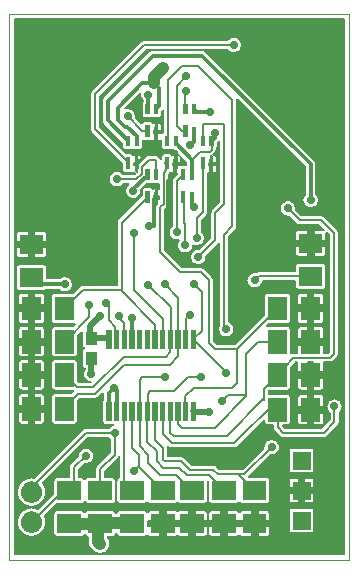
<source format=gtl>
G75*
G71*
%OFA0B0*%
%FSLAX23Y23*%
%IPPOS*%
%LPD*%
%ADD10C,0.1*%
%ADD11C,0.305*%
%ADD12C,0.177*%
%ADD13C,1.016*%
%ADD14C,0.508*%
%ADD15C,0.706*%
%LPD*%G36*
X13243Y20639D02*
X10904Y22978D01*
X10882Y23032D01*
X10882Y27120D01*
X10909Y27179D01*
X10969Y27228D01*
X11044Y27320D01*
X11100Y27423D01*
X11134Y27537D01*
X11145Y27654D01*
X11134Y27772D01*
X11100Y27885D01*
X11044Y27989D01*
X10969Y28081D01*
X10877Y28155D01*
X10773Y28211D01*
X10661Y28246D01*
X10543Y28257D01*
X10425Y28246D01*
X10313Y28211D01*
X10208Y28155D01*
X10116Y28081D01*
X10042Y27990D01*
X10000Y27910D01*
X9856Y27946D01*
X9856Y28364D01*
X9878Y28418D01*
X11431Y29972D01*
X11494Y29994D01*
X11548Y29988D01*
X11890Y29988D01*
X11943Y29993D01*
X11990Y30007D01*
X12014Y30020D01*
X12099Y30012D01*
X12124Y29991D01*
X12167Y29968D01*
X12214Y29954D01*
X12267Y29949D01*
X12374Y29949D01*
X12450Y29865D01*
X12447Y29827D01*
X12447Y26059D01*
X12453Y25989D01*
X12473Y25925D01*
X12504Y25867D01*
X12548Y25814D01*
X14261Y24100D01*
X14316Y24056D01*
X14375Y24024D01*
X14437Y24006D01*
X14507Y23999D01*
X15329Y23999D01*
X15365Y23855D01*
X15314Y23827D01*
X15223Y23752D01*
X15148Y23661D01*
X15092Y23557D01*
X15058Y23444D01*
X15047Y23326D01*
X15058Y23208D01*
X15092Y23095D01*
X15148Y22991D01*
X15223Y22900D01*
X15314Y22825D01*
X15418Y22769D01*
X15531Y22736D01*
X15649Y22724D01*
X15726Y22731D01*
X15787Y22709D01*
X15945Y22551D01*
X15968Y22497D01*
X15968Y21041D01*
X15824Y21004D01*
X15781Y21083D01*
X15707Y21175D01*
X15615Y21250D01*
X15511Y21306D01*
X15398Y21340D01*
X15280Y21351D01*
X15162Y21340D01*
X15049Y21306D01*
X14946Y21250D01*
X14854Y21175D01*
X14781Y21086D01*
X14646Y21135D01*
X14646Y22154D01*
X14640Y22212D01*
X14638Y22226D01*
X14631Y22249D01*
X14622Y22282D01*
X14617Y22293D01*
X14588Y22345D01*
X14562Y22378D01*
X14547Y22396D01*
X13780Y23190D01*
X13759Y23250D01*
X13767Y23339D01*
X13756Y23456D01*
X13722Y23570D01*
X13666Y23673D01*
X13591Y23765D01*
X13499Y23840D01*
X13396Y23896D01*
X13282Y23930D01*
X13165Y23941D01*
X13047Y23930D01*
X12934Y23896D01*
X12830Y23840D01*
X12739Y23765D01*
X12664Y23673D01*
X12608Y23570D01*
X12573Y23456D01*
X12562Y23339D01*
X12573Y23221D01*
X12593Y23157D01*
X12467Y23080D01*
X12401Y23143D01*
X12379Y23205D01*
X12385Y23273D01*
X12374Y23390D01*
X12340Y23504D01*
X12284Y23607D01*
X12209Y23699D01*
X12117Y23774D01*
X12014Y23829D01*
X11900Y23864D01*
X11783Y23875D01*
X11665Y23864D01*
X11552Y23829D01*
X11448Y23774D01*
X11357Y23699D01*
X11282Y23607D01*
X11226Y23504D01*
X11191Y23390D01*
X11180Y23273D01*
X11191Y23155D01*
X11226Y23043D01*
X11282Y22938D01*
X11356Y22846D01*
X11448Y22772D01*
X11553Y22716D01*
X11665Y22681D01*
X11783Y22670D01*
X11869Y22678D01*
X11930Y22657D01*
X13354Y21272D01*
X13378Y21218D01*
X13378Y20689D01*
X13242Y20640D01*
X13243Y20639D01*
G37*
%LPC*%%LPD*%G36*
X14661Y35569D02*
X14707Y35556D01*
X14760Y35551D01*
X15102Y35551D01*
X15156Y35556D01*
X15201Y35569D01*
X15225Y35582D01*
X15311Y35575D01*
X15336Y35554D01*
X15380Y35530D01*
X15426Y35517D01*
X15479Y35512D01*
X15525Y35512D01*
X15525Y36018D01*
X15432Y36018D01*
X15356Y36094D01*
X15356Y36329D01*
X15432Y36406D01*
X15525Y36406D01*
X15525Y36912D01*
X15479Y36912D01*
X15426Y36906D01*
X15404Y36899D01*
X15315Y36936D01*
X15283Y36977D01*
X15244Y37008D01*
X15202Y37031D01*
X15155Y37045D01*
X15102Y37051D01*
X14760Y37051D01*
X14707Y37045D01*
X14665Y37032D01*
X14567Y37106D01*
X14567Y37413D01*
X14665Y37486D01*
X14707Y37474D01*
X14760Y37469D01*
X15102Y37469D01*
X15156Y37474D01*
X15201Y37487D01*
X15244Y37511D01*
X15251Y37517D01*
X15348Y37516D01*
X15354Y37511D01*
X15398Y37487D01*
X15444Y37474D01*
X15497Y37469D01*
X15839Y37469D01*
X15892Y37474D01*
X15939Y37487D01*
X15976Y37508D01*
X16013Y37518D01*
X16503Y37518D01*
X16563Y37489D01*
X16651Y37419D01*
X16727Y37379D01*
X16690Y37235D01*
X16404Y37235D01*
X16334Y37228D01*
X16270Y37208D01*
X16212Y37177D01*
X16161Y37135D01*
X16119Y37083D01*
X16087Y37026D01*
X16068Y36962D01*
X16066Y36934D01*
X15953Y36874D01*
X15921Y36892D01*
X15874Y36906D01*
X15821Y36912D01*
X15776Y36912D01*
X15776Y36406D01*
X15985Y36406D01*
X16062Y36329D01*
X16062Y36116D01*
X16044Y36068D01*
X16026Y36046D01*
X15967Y36018D01*
X15776Y36018D01*
X15776Y35512D01*
X15821Y35512D01*
X15875Y35517D01*
X15975Y35444D01*
X15975Y35000D01*
X15980Y34947D01*
X15996Y34895D01*
X15971Y34814D01*
X15947Y34795D01*
X15586Y34434D01*
X15478Y34434D01*
X14547Y35365D01*
X14525Y35419D01*
X14525Y35515D01*
X14638Y35582D01*
X14661Y35569D01*
G37*
%LPC*%%LPD*%G36*
X16051Y32899D02*
X16069Y32849D01*
X16069Y29601D01*
X16046Y29547D01*
X15637Y29139D01*
X15593Y29085D01*
X15562Y29026D01*
X15542Y28963D01*
X15536Y28893D01*
X15536Y27805D01*
X15507Y27746D01*
X15447Y27697D01*
X15376Y27610D01*
X15241Y27658D01*
X15241Y28387D01*
X15234Y28457D01*
X15215Y28521D01*
X15183Y28579D01*
X15139Y28634D01*
X15130Y28643D01*
X15108Y28697D01*
X15108Y29893D01*
X15205Y29966D01*
X15246Y29954D01*
X15298Y29949D01*
X15344Y29949D01*
X15344Y30455D01*
X15252Y30455D01*
X15176Y30531D01*
X15176Y30766D01*
X15252Y30843D01*
X15344Y30843D01*
X15344Y31349D01*
X15298Y31349D01*
X15246Y31344D01*
X15224Y31337D01*
X15134Y31374D01*
X15102Y31415D01*
X15065Y31445D01*
X15021Y31468D01*
X14974Y31483D01*
X14921Y31488D01*
X14588Y31488D01*
X14512Y31564D01*
X14512Y31829D01*
X14588Y31906D01*
X14921Y31906D01*
X14974Y31911D01*
X15021Y31925D01*
X15064Y31948D01*
X15167Y31953D01*
X15174Y31948D01*
X15217Y31925D01*
X15263Y31911D01*
X15316Y31906D01*
X15658Y31906D01*
X15711Y31911D01*
X15757Y31925D01*
X15800Y31948D01*
X15839Y31980D01*
X15870Y32017D01*
X15893Y32060D01*
X15907Y32107D01*
X15913Y32160D01*
X15913Y32853D01*
X16048Y32902D01*
X16051Y32899D01*
G37*
%LPC*%G36*
X15895Y30843D02*
X15895Y31095D01*
X15889Y31147D01*
X15875Y31195D01*
X15852Y31237D01*
X15821Y31276D01*
X15784Y31306D01*
X15740Y31329D01*
X15693Y31344D01*
X15640Y31349D01*
X15595Y31349D01*
X15595Y30843D01*
X15895Y30843D01*
G37*
G36*
X15640Y29949D02*
X15693Y29954D01*
X15740Y29968D01*
X15783Y29991D01*
X15821Y30022D01*
X15852Y30060D01*
X15875Y30103D01*
X15889Y30150D01*
X15895Y30203D01*
X15895Y30455D01*
X15595Y30455D01*
X15595Y29949D01*
X15640Y29949D01*
G37*
%LPD*%G36*
X382Y2951D02*
X382Y3935D01*
X382Y4919D01*
X382Y5902D01*
X382Y6886D01*
X382Y7870D01*
X382Y8853D01*
X382Y9837D01*
X382Y10820D01*
X382Y11804D01*
X382Y12788D01*
X382Y13771D01*
X382Y14755D01*
X382Y15739D01*
X382Y16722D01*
X382Y17706D01*
X382Y18690D01*
X382Y29510D01*
X382Y30493D01*
X382Y31477D01*
X382Y45773D01*
X458Y45850D01*
X1985Y45850D01*
X2977Y45850D01*
X3970Y45850D01*
X28326Y45850D01*
X28403Y45773D01*
X28403Y42297D01*
X28403Y41314D01*
X28403Y40330D01*
X28403Y39346D01*
X28403Y38363D01*
X28403Y37379D01*
X28403Y36395D01*
X28403Y35412D01*
X28403Y32461D01*
X28403Y31477D01*
X28403Y30493D01*
X28403Y29510D01*
X28403Y459D01*
X28326Y383D01*
X26800Y383D01*
X25807Y383D01*
X24814Y383D01*
X19851Y383D01*
X18859Y383D01*
X17866Y383D01*
X16874Y383D01*
X15881Y383D01*
X14888Y383D01*
X13896Y383D01*
X12903Y383D01*
X11911Y383D01*
X7940Y383D01*
X6948Y383D01*
X5955Y383D01*
X458Y383D01*
X382Y459D01*
X382Y1968D01*
X382Y2951D01*
G37*
%LPC*%G36*
X3647Y17462D02*
X3651Y17410D01*
X3666Y17363D01*
X3689Y17320D01*
X3720Y17282D01*
X3758Y17251D01*
X3802Y17228D01*
X3848Y17214D01*
X3901Y17209D01*
X5493Y17209D01*
X5545Y17214D01*
X5592Y17228D01*
X5635Y17251D01*
X5673Y17282D01*
X5704Y17320D01*
X5727Y17363D01*
X5742Y17410D01*
X5747Y17462D01*
X5747Y18998D01*
X5769Y19052D01*
X6097Y19380D01*
X6227Y19319D01*
X6227Y19310D01*
X6227Y18218D01*
X6231Y18165D01*
X6246Y18119D01*
X6269Y18075D01*
X6300Y18037D01*
X6338Y18006D01*
X6385Y17981D01*
X6385Y17846D01*
X6338Y17821D01*
X6300Y17791D01*
X6269Y17752D01*
X6246Y17710D01*
X6231Y17662D01*
X6227Y17610D01*
X6227Y16518D01*
X6231Y16465D01*
X6246Y16419D01*
X6269Y16375D01*
X6300Y16337D01*
X6338Y16306D01*
X6381Y16283D01*
X6413Y16274D01*
X6468Y16201D01*
X6468Y16062D01*
X6458Y16026D01*
X6415Y15946D01*
X6380Y15832D01*
X6369Y15715D01*
X6380Y15597D01*
X6415Y15485D01*
X6471Y15380D01*
X6545Y15288D01*
X6637Y15214D01*
X6742Y15158D01*
X6854Y15123D01*
X6972Y15112D01*
X7033Y14982D01*
X7005Y14954D01*
X6951Y14932D01*
X5933Y14932D01*
X5879Y14954D01*
X5769Y15064D01*
X5747Y15118D01*
X5747Y16654D01*
X5742Y16706D01*
X5727Y16753D01*
X5704Y16796D01*
X5673Y16834D01*
X5635Y16865D01*
X5592Y16888D01*
X5545Y16903D01*
X5493Y16908D01*
X3901Y16908D01*
X3848Y16903D01*
X3802Y16888D01*
X3758Y16865D01*
X3720Y16834D01*
X3689Y16796D01*
X3666Y16753D01*
X3651Y16706D01*
X3647Y16654D01*
X3647Y14662D01*
X3651Y14609D01*
X3666Y14563D01*
X3689Y14519D01*
X3720Y14481D01*
X3758Y14450D01*
X3802Y14427D01*
X3848Y14413D01*
X3901Y14408D01*
X5436Y14408D01*
X5490Y14385D01*
X5511Y14364D01*
X5511Y14256D01*
X5305Y14050D01*
X5251Y14028D01*
X3901Y14028D01*
X3848Y14023D01*
X3802Y14008D01*
X3758Y13985D01*
X3720Y13955D01*
X3689Y13916D01*
X3666Y13874D01*
X3651Y13826D01*
X3647Y13774D01*
X3647Y11782D01*
X3651Y11729D01*
X3666Y11683D01*
X3689Y11639D01*
X3720Y11601D01*
X3758Y11570D01*
X3801Y11547D01*
X3848Y11533D01*
X3901Y11528D01*
X5493Y11528D01*
X5545Y11533D01*
X5592Y11547D01*
X5635Y11570D01*
X5673Y11601D01*
X5704Y11639D01*
X5727Y11683D01*
X5742Y11729D01*
X5747Y11782D01*
X5747Y13502D01*
X5769Y13556D01*
X5921Y13708D01*
X5975Y13731D01*
X7299Y13731D01*
X7369Y13738D01*
X7433Y13756D01*
X7491Y13788D01*
X7545Y13832D01*
X7925Y14212D01*
X8055Y14151D01*
X8055Y14142D01*
X8055Y13586D01*
X8037Y13537D01*
X8024Y13521D01*
X8001Y13478D01*
X7986Y13431D01*
X7982Y13379D01*
X7982Y11737D01*
X7986Y11684D01*
X8001Y11638D01*
X8024Y11594D01*
X8055Y11556D01*
X8093Y11525D01*
X8137Y11502D01*
X8183Y11488D01*
X8236Y11483D01*
X8678Y11483D01*
X8730Y11488D01*
X8759Y11497D01*
X8804Y11497D01*
X8833Y11488D01*
X8848Y11486D01*
X8848Y11334D01*
X8809Y11330D01*
X8695Y11296D01*
X8592Y11240D01*
X8500Y11165D01*
X8452Y11105D01*
X8393Y11078D01*
X6515Y11078D01*
X6445Y11071D01*
X6381Y11051D01*
X6323Y11020D01*
X6269Y10975D01*
X2173Y6880D01*
X2106Y6858D01*
X2031Y6870D01*
X2001Y6874D01*
X1911Y6878D01*
X1882Y6878D01*
X1792Y6874D01*
X1763Y6870D01*
X1673Y6856D01*
X1643Y6850D01*
X1556Y6827D01*
X1527Y6817D01*
X1442Y6785D01*
X1415Y6773D01*
X1334Y6732D01*
X1308Y6717D01*
X1233Y6667D01*
X1209Y6650D01*
X1138Y6593D01*
X1116Y6573D01*
X1052Y6508D01*
X1032Y6486D01*
X976Y6417D01*
X958Y6392D01*
X908Y6317D01*
X893Y6291D01*
X852Y6210D01*
X840Y6183D01*
X808Y6099D01*
X798Y6069D01*
X775Y5982D01*
X768Y5952D01*
X755Y5863D01*
X751Y5833D01*
X747Y5743D01*
X747Y5714D01*
X751Y5624D01*
X755Y5594D01*
X768Y5506D01*
X775Y5476D01*
X798Y5388D01*
X808Y5359D01*
X840Y5274D01*
X852Y5247D01*
X893Y5166D01*
X908Y5140D01*
X958Y5065D01*
X976Y5041D01*
X1033Y4971D01*
X1053Y4948D01*
X1116Y4885D01*
X1138Y4865D01*
X1209Y4808D01*
X1233Y4790D01*
X1308Y4740D01*
X1334Y4725D01*
X1415Y4684D01*
X1443Y4672D01*
X1526Y4639D01*
X1555Y4631D01*
X1643Y4607D01*
X1672Y4600D01*
X1762Y4587D01*
X1793Y4583D01*
X1882Y4579D01*
X1911Y4579D01*
X2001Y4583D01*
X2031Y4587D01*
X2121Y4600D01*
X2150Y4607D01*
X2238Y4631D01*
X2267Y4639D01*
X2351Y4672D01*
X2378Y4684D01*
X2459Y4725D01*
X2485Y4740D01*
X2560Y4790D01*
X2584Y4808D01*
X2655Y4865D01*
X2678Y4885D01*
X2740Y4948D01*
X2761Y4971D01*
X2818Y5041D01*
X2835Y5065D01*
X2885Y5140D01*
X2900Y5166D01*
X2941Y5247D01*
X2953Y5274D01*
X2985Y5359D01*
X2995Y5388D01*
X3018Y5476D01*
X3025Y5506D01*
X3038Y5594D01*
X3042Y5624D01*
X3047Y5714D01*
X3047Y5743D01*
X3042Y5833D01*
X3038Y5863D01*
X3025Y5952D01*
X3018Y5982D01*
X2995Y6069D01*
X2985Y6099D01*
X2953Y6183D01*
X2941Y6210D01*
X2900Y6291D01*
X2885Y6317D01*
X2835Y6392D01*
X2817Y6417D01*
X2793Y6446D01*
X2799Y6548D01*
X6628Y10378D01*
X6682Y10401D01*
X8393Y10401D01*
X8452Y10373D01*
X8500Y10313D01*
X8560Y10264D01*
X8588Y10205D01*
X8588Y9063D01*
X8565Y9009D01*
X7466Y7908D01*
X7421Y7855D01*
X7390Y7797D01*
X7370Y7733D01*
X7364Y7663D01*
X7364Y6985D01*
X7287Y6909D01*
X6706Y6909D01*
X6654Y6904D01*
X6607Y6889D01*
X6564Y6866D01*
X6525Y6835D01*
X6495Y6798D01*
X6472Y6754D01*
X6466Y6735D01*
X6320Y6735D01*
X6314Y6754D01*
X6291Y6797D01*
X6260Y6835D01*
X6222Y6866D01*
X6179Y6889D01*
X6132Y6904D01*
X6079Y6909D01*
X5867Y6909D01*
X5791Y6985D01*
X5791Y7660D01*
X5816Y7717D01*
X6341Y8192D01*
X6400Y8212D01*
X6511Y8201D01*
X6628Y8213D01*
X6742Y8246D01*
X6845Y8302D01*
X6937Y8377D01*
X7012Y8469D01*
X7068Y8572D01*
X7102Y8686D01*
X7113Y8803D01*
X7102Y8921D01*
X7068Y9034D01*
X7012Y9138D01*
X6937Y9230D01*
X6845Y9304D01*
X6742Y9360D01*
X6628Y9395D01*
X6511Y9406D01*
X6393Y9395D01*
X6281Y9360D01*
X6176Y9304D01*
X6084Y9230D01*
X6010Y9139D01*
X5954Y9034D01*
X5919Y8921D01*
X5908Y8803D01*
X5912Y8760D01*
X5887Y8696D01*
X5228Y8099D01*
X5216Y8086D01*
X5198Y8067D01*
X5181Y8047D01*
X5173Y8035D01*
X5162Y8015D01*
X5147Y7990D01*
X5141Y7976D01*
X5133Y7950D01*
X5125Y7928D01*
X5122Y7916D01*
X5117Y7880D01*
X5115Y7862D01*
X5115Y7851D01*
X5114Y7841D01*
X5114Y6985D01*
X5037Y6909D01*
X4087Y6909D01*
X4035Y6904D01*
X3988Y6889D01*
X3945Y6866D01*
X3906Y6835D01*
X3876Y6798D01*
X3853Y6754D01*
X3838Y6707D01*
X3834Y6655D01*
X3834Y5636D01*
X3811Y5582D01*
X2473Y4244D01*
X2384Y4230D01*
X2351Y4245D01*
X2267Y4277D01*
X2237Y4287D01*
X2151Y4310D01*
X2120Y4316D01*
X2031Y4330D01*
X2001Y4334D01*
X1911Y4338D01*
X1882Y4338D01*
X1792Y4334D01*
X1763Y4330D01*
X1673Y4316D01*
X1643Y4310D01*
X1556Y4287D01*
X1527Y4277D01*
X1442Y4245D01*
X1415Y4233D01*
X1334Y4192D01*
X1308Y4177D01*
X1233Y4127D01*
X1209Y4110D01*
X1138Y4053D01*
X1116Y4033D01*
X1052Y3968D01*
X1032Y3946D01*
X976Y3877D01*
X958Y3852D01*
X908Y3777D01*
X893Y3751D01*
X852Y3670D01*
X840Y3643D01*
X808Y3559D01*
X798Y3529D01*
X775Y3442D01*
X768Y3412D01*
X755Y3323D01*
X751Y3293D01*
X747Y3203D01*
X747Y3174D01*
X751Y3084D01*
X755Y3054D01*
X768Y2966D01*
X775Y2936D01*
X798Y2848D01*
X808Y2819D01*
X840Y2734D01*
X852Y2707D01*
X893Y2626D01*
X908Y2600D01*
X958Y2525D01*
X976Y2501D01*
X1033Y2431D01*
X1053Y2408D01*
X1116Y2345D01*
X1138Y2325D01*
X1209Y2268D01*
X1233Y2250D01*
X1308Y2200D01*
X1334Y2185D01*
X1415Y2144D01*
X1443Y2132D01*
X1526Y2099D01*
X1555Y2091D01*
X1643Y2067D01*
X1672Y2060D01*
X1762Y2047D01*
X1793Y2043D01*
X1882Y2039D01*
X1911Y2039D01*
X2001Y2043D01*
X2031Y2047D01*
X2121Y2060D01*
X2150Y2067D01*
X2238Y2091D01*
X2267Y2099D01*
X2351Y2132D01*
X2378Y2144D01*
X2459Y2185D01*
X2485Y2200D01*
X2560Y2250D01*
X2584Y2268D01*
X2655Y2325D01*
X2678Y2345D01*
X2740Y2408D01*
X2761Y2431D01*
X2818Y2501D01*
X2835Y2525D01*
X2885Y2600D01*
X2900Y2626D01*
X2941Y2707D01*
X2953Y2734D01*
X2985Y2819D01*
X2995Y2848D01*
X3018Y2936D01*
X3025Y2966D01*
X3038Y3054D01*
X3042Y3084D01*
X3047Y3174D01*
X3047Y3203D01*
X3042Y3293D01*
X3038Y3323D01*
X3025Y3412D01*
X3018Y3442D01*
X2995Y3529D01*
X2985Y3559D01*
X2953Y3643D01*
X2941Y3670D01*
X2952Y3765D01*
X3978Y4791D01*
X4039Y4813D01*
X4087Y4809D01*
X6079Y4809D01*
X6132Y4814D01*
X6179Y4828D01*
X6222Y4851D01*
X6260Y4882D01*
X6291Y4920D01*
X6314Y4963D01*
X6320Y4982D01*
X6466Y4982D01*
X6472Y4963D01*
X6495Y4920D01*
X6525Y4882D01*
X6564Y4851D01*
X6607Y4828D01*
X6654Y4814D01*
X6706Y4809D01*
X8698Y4809D01*
X8751Y4814D01*
X8798Y4828D01*
X8841Y4851D01*
X8879Y4882D01*
X8910Y4920D01*
X8933Y4963D01*
X8948Y5010D01*
X8953Y5062D01*
X8953Y6655D01*
X8948Y6707D01*
X8933Y6754D01*
X8910Y6797D01*
X8879Y6835D01*
X8841Y6866D01*
X8798Y6889D01*
X8751Y6904D01*
X8698Y6909D01*
X8117Y6909D01*
X8041Y6985D01*
X8041Y7495D01*
X8063Y7549D01*
X9163Y8650D01*
X9208Y8704D01*
X9239Y8762D01*
X9248Y8790D01*
X9398Y8768D01*
X9398Y6972D01*
X9344Y6899D01*
X9312Y6889D01*
X9268Y6866D01*
X9230Y6835D01*
X9199Y6797D01*
X9176Y6754D01*
X9161Y6707D01*
X9157Y6655D01*
X9157Y5062D01*
X9161Y5010D01*
X9176Y4963D01*
X9199Y4920D01*
X9230Y4882D01*
X9268Y4851D01*
X9312Y4828D01*
X9358Y4814D01*
X9411Y4809D01*
X11403Y4809D01*
X11455Y4814D01*
X11502Y4828D01*
X11545Y4851D01*
X11583Y4882D01*
X11614Y4920D01*
X11639Y4966D01*
X11774Y4966D01*
X11799Y4920D01*
X11830Y4882D01*
X11868Y4851D01*
X11912Y4828D01*
X11958Y4814D01*
X12011Y4809D01*
X14003Y4809D01*
X14055Y4814D01*
X14102Y4828D01*
X14145Y4851D01*
X14183Y4882D01*
X14188Y4889D01*
X14306Y4888D01*
X14349Y4851D01*
X14392Y4828D01*
X14438Y4814D01*
X14491Y4809D01*
X16483Y4809D01*
X16536Y4814D01*
X16582Y4828D01*
X16625Y4851D01*
X16664Y4883D01*
X16695Y4920D01*
X16718Y4962D01*
X16732Y5010D01*
X16738Y5062D01*
X16738Y6652D01*
X16868Y6706D01*
X16922Y6652D01*
X16945Y6598D01*
X16945Y5062D01*
X16949Y5010D01*
X16964Y4963D01*
X16987Y4920D01*
X17018Y4882D01*
X17056Y4851D01*
X17099Y4828D01*
X17146Y4814D01*
X17198Y4809D01*
X19190Y4809D01*
X19243Y4814D01*
X19290Y4828D01*
X19333Y4851D01*
X19371Y4882D01*
X19402Y4920D01*
X19421Y4954D01*
X19556Y4954D01*
X19574Y4920D01*
X19605Y4882D01*
X19643Y4851D01*
X19686Y4828D01*
X19733Y4814D01*
X19785Y4809D01*
X21777Y4809D01*
X21830Y4814D01*
X21877Y4828D01*
X21920Y4851D01*
X21958Y4882D01*
X21989Y4920D01*
X22012Y4963D01*
X22027Y5010D01*
X22032Y5062D01*
X22032Y6655D01*
X22027Y6707D01*
X22012Y6754D01*
X21989Y6797D01*
X21958Y6835D01*
X21920Y6866D01*
X21877Y6889D01*
X21830Y6904D01*
X21777Y6909D01*
X20261Y6909D01*
X20207Y7039D01*
X22078Y8910D01*
X22140Y8933D01*
X22217Y8925D01*
X22334Y8936D01*
X22448Y8971D01*
X22551Y9026D01*
X22643Y9101D01*
X22717Y9193D01*
X22773Y9297D01*
X22808Y9410D01*
X22819Y9527D01*
X22808Y9645D01*
X22773Y9758D01*
X22717Y9863D01*
X22643Y9954D01*
X22551Y10028D01*
X22448Y10084D01*
X22334Y10119D01*
X22217Y10130D01*
X22099Y10119D01*
X21986Y10084D01*
X21882Y10028D01*
X21790Y9954D01*
X21716Y9863D01*
X21660Y9758D01*
X21625Y9645D01*
X21614Y9527D01*
X21621Y9451D01*
X21599Y9389D01*
X19801Y7591D01*
X19747Y7569D01*
X19490Y7569D01*
X19467Y7572D01*
X19395Y7580D01*
X17849Y7580D01*
X17795Y7602D01*
X17540Y7857D01*
X17485Y7901D01*
X17428Y7933D01*
X17364Y7952D01*
X17294Y7959D01*
X15453Y7959D01*
X15399Y7981D01*
X14802Y8578D01*
X14747Y8622D01*
X14689Y8654D01*
X14625Y8673D01*
X14555Y8680D01*
X13441Y8680D01*
X13365Y8756D01*
X13365Y9474D01*
X13358Y9544D01*
X13341Y9597D01*
X13469Y9674D01*
X13533Y9610D01*
X13587Y9565D01*
X13645Y9534D01*
X13709Y9514D01*
X13778Y9508D01*
X19042Y9508D01*
X19112Y9514D01*
X19176Y9534D01*
X19234Y9565D01*
X19289Y9610D01*
X21545Y11866D01*
X21676Y11812D01*
X21676Y11704D01*
X21680Y11652D01*
X21695Y11605D01*
X21718Y11562D01*
X21749Y11524D01*
X21787Y11493D01*
X21831Y11470D01*
X21877Y11456D01*
X21930Y11451D01*
X22311Y11451D01*
X22388Y11374D01*
X22388Y11216D01*
X22394Y11146D01*
X22413Y11082D01*
X22445Y11024D01*
X22489Y10969D01*
X22957Y10503D01*
X23011Y10458D01*
X23069Y10427D01*
X23133Y10407D01*
X23203Y10401D01*
X26613Y10401D01*
X26683Y10407D01*
X26747Y10427D01*
X26805Y10458D01*
X26860Y10503D01*
X27784Y11428D01*
X27829Y11482D01*
X27860Y11540D01*
X27880Y11603D01*
X27887Y11673D01*
X27887Y12439D01*
X27914Y12498D01*
X27974Y12547D01*
X28049Y12639D01*
X28104Y12742D01*
X28139Y12856D01*
X28150Y12973D01*
X28139Y13091D01*
X28104Y13204D01*
X28049Y13309D01*
X27974Y13400D01*
X27882Y13474D01*
X27779Y13530D01*
X27665Y13565D01*
X27548Y13576D01*
X27430Y13565D01*
X27318Y13530D01*
X27213Y13474D01*
X27121Y13400D01*
X27047Y13309D01*
X26991Y13204D01*
X26956Y13091D01*
X26945Y12973D01*
X26956Y12856D01*
X26991Y12743D01*
X27047Y12639D01*
X27122Y12547D01*
X27182Y12498D01*
X27210Y12439D01*
X27210Y11842D01*
X27187Y11788D01*
X26500Y11100D01*
X26446Y11078D01*
X23370Y11078D01*
X23316Y11100D01*
X23096Y11320D01*
X23150Y11451D01*
X23522Y11451D01*
X23574Y11456D01*
X23622Y11470D01*
X23664Y11493D01*
X23703Y11524D01*
X23733Y11562D01*
X23756Y11605D01*
X23771Y11652D01*
X23776Y11704D01*
X23776Y13697D01*
X23771Y13749D01*
X23756Y13796D01*
X23733Y13840D01*
X23703Y13877D01*
X23664Y13908D01*
X23622Y13931D01*
X23574Y13946D01*
X23522Y13951D01*
X21976Y13951D01*
X21900Y14027D01*
X21900Y14321D01*
X21922Y14375D01*
X21932Y14385D01*
X21986Y14408D01*
X23522Y14408D01*
X23574Y14413D01*
X23622Y14427D01*
X23664Y14450D01*
X23703Y14481D01*
X23733Y14519D01*
X23756Y14563D01*
X23771Y14609D01*
X23776Y14662D01*
X23776Y16286D01*
X23795Y16337D01*
X24175Y16757D01*
X24231Y16783D01*
X24404Y16783D01*
X24480Y16699D01*
X24476Y16654D01*
X24476Y15990D01*
X25245Y15990D01*
X25245Y16706D01*
X25321Y16783D01*
X25731Y16783D01*
X25808Y16706D01*
X25808Y15990D01*
X26576Y15990D01*
X26576Y16654D01*
X26571Y16699D01*
X26648Y16783D01*
X27157Y16783D01*
X27227Y16790D01*
X27290Y16808D01*
X27348Y16840D01*
X27403Y16884D01*
X27722Y17204D01*
X27767Y17258D01*
X27798Y17316D01*
X27818Y17380D01*
X27825Y17450D01*
X27825Y27652D01*
X27818Y27721D01*
X27798Y27785D01*
X27767Y27843D01*
X27722Y27898D01*
X26635Y28985D01*
X26580Y29030D01*
X26522Y29061D01*
X26458Y29081D01*
X26388Y29088D01*
X24767Y29088D01*
X24713Y29110D01*
X24220Y29603D01*
X24198Y29665D01*
X24205Y29742D01*
X24194Y29859D01*
X24159Y29973D01*
X24103Y30076D01*
X24029Y30168D01*
X23937Y30243D01*
X23833Y30299D01*
X23720Y30333D01*
X23602Y30344D01*
X23485Y30333D01*
X23371Y30299D01*
X23268Y30243D01*
X23176Y30168D01*
X23101Y30076D01*
X23045Y29973D01*
X23011Y29859D01*
X23000Y29742D01*
X23011Y29624D01*
X23045Y29511D01*
X23101Y29407D01*
X23176Y29316D01*
X23268Y29241D01*
X23372Y29185D01*
X23485Y29150D01*
X23602Y29139D01*
X23679Y29147D01*
X23741Y29124D01*
X24353Y28512D01*
X24408Y28468D01*
X24467Y28436D01*
X24529Y28418D01*
X24599Y28411D01*
X26220Y28411D01*
X26274Y28388D01*
X26707Y27955D01*
X26617Y27834D01*
X26574Y27846D01*
X26522Y27851D01*
X25858Y27851D01*
X25858Y27083D01*
X26776Y27083D01*
X26776Y27597D01*
X26771Y27649D01*
X26756Y27696D01*
X26879Y27783D01*
X27125Y27537D01*
X27148Y27483D01*
X27148Y17618D01*
X27125Y17564D01*
X27043Y17482D01*
X26989Y17460D01*
X26652Y17460D01*
X26576Y17536D01*
X26576Y18127D01*
X25808Y18127D01*
X25808Y17536D01*
X25731Y17460D01*
X25321Y17460D01*
X25245Y17536D01*
X25245Y18127D01*
X24476Y18127D01*
X24476Y17536D01*
X24399Y17460D01*
X24051Y17460D01*
X24041Y17459D01*
X24030Y17458D01*
X24016Y17456D01*
X23981Y17453D01*
X23965Y17449D01*
X23945Y17441D01*
X23918Y17433D01*
X23906Y17428D01*
X23891Y17420D01*
X23776Y17486D01*
X23776Y19455D01*
X23771Y19507D01*
X23756Y19554D01*
X23733Y19598D01*
X23703Y19635D01*
X23664Y19666D01*
X23622Y19689D01*
X23574Y19704D01*
X23522Y19709D01*
X21930Y19709D01*
X21877Y19704D01*
X21831Y19689D01*
X21813Y19680D01*
X21724Y19802D01*
X21932Y20010D01*
X21986Y20033D01*
X23522Y20033D01*
X23574Y20038D01*
X23622Y20052D01*
X23664Y20075D01*
X23703Y20106D01*
X23733Y20144D01*
X23756Y20188D01*
X23771Y20234D01*
X23776Y20287D01*
X23776Y22279D01*
X23771Y22331D01*
X23756Y22378D01*
X23733Y22422D01*
X23703Y22459D01*
X23664Y22490D01*
X23622Y22513D01*
X23574Y22528D01*
X23522Y22533D01*
X21930Y22533D01*
X21877Y22528D01*
X21831Y22513D01*
X21787Y22490D01*
X21749Y22459D01*
X21718Y22421D01*
X21695Y22378D01*
X21680Y22331D01*
X21676Y22279D01*
X21676Y20743D01*
X21653Y20689D01*
X19195Y18231D01*
X19141Y18209D01*
X17587Y18209D01*
X17533Y18231D01*
X17254Y18509D01*
X17232Y18563D01*
X17232Y23664D01*
X17225Y23734D01*
X17205Y23798D01*
X17174Y23855D01*
X17129Y23910D01*
X16465Y24574D01*
X16412Y24618D01*
X16354Y24649D01*
X16290Y24669D01*
X16220Y24676D01*
X14675Y24676D01*
X14621Y24698D01*
X13146Y26173D01*
X13124Y26227D01*
X13124Y29660D01*
X13146Y29714D01*
X13308Y29877D01*
X13353Y29931D01*
X13384Y29989D01*
X13404Y30052D01*
X13411Y30122D01*
X13411Y32613D01*
X13433Y32667D01*
X13543Y32778D01*
X13575Y32816D01*
X13613Y32841D01*
X13634Y32847D01*
X13658Y32860D01*
X13743Y32852D01*
X13768Y32831D01*
X13811Y32808D01*
X13858Y32794D01*
X13911Y32789D01*
X13957Y32789D01*
X13957Y33295D01*
X13865Y33295D01*
X13789Y33371D01*
X13789Y33607D01*
X13865Y33684D01*
X13957Y33684D01*
X13957Y34189D01*
X13911Y34189D01*
X13858Y34184D01*
X13836Y34177D01*
X13747Y34213D01*
X13715Y34255D01*
X13676Y34285D01*
X13633Y34309D01*
X13588Y34323D01*
X13534Y34328D01*
X13192Y34328D01*
X13139Y34323D01*
X13093Y34309D01*
X13050Y34285D01*
X13012Y34255D01*
X12981Y34216D01*
X12957Y34173D01*
X12944Y34128D01*
X12939Y34075D01*
X12939Y33866D01*
X12789Y33844D01*
X12768Y33912D01*
X12737Y33970D01*
X12693Y34023D01*
X12613Y34103D01*
X12558Y34148D01*
X12500Y34179D01*
X12437Y34199D01*
X12367Y34206D01*
X11831Y34206D01*
X11761Y34199D01*
X11698Y34179D01*
X11640Y34148D01*
X11586Y34103D01*
X11356Y33874D01*
X11226Y33928D01*
X11220Y33988D01*
X11206Y34035D01*
X11183Y34077D01*
X11152Y34115D01*
X11113Y34146D01*
X11070Y34170D01*
X11025Y34184D01*
X10971Y34189D01*
X10926Y34189D01*
X10926Y33684D01*
X10981Y33684D01*
X11035Y33553D01*
X11008Y33526D01*
X10963Y33471D01*
X10932Y33414D01*
X10912Y33350D01*
X10906Y33280D01*
X10906Y32869D01*
X10883Y32815D01*
X10805Y32737D01*
X10675Y32791D01*
X10675Y33295D01*
X10583Y33295D01*
X10507Y33371D01*
X10507Y33607D01*
X10583Y33684D01*
X10675Y33684D01*
X10675Y34189D01*
X10629Y34189D01*
X10576Y34184D01*
X10554Y34177D01*
X10465Y34215D01*
X10433Y34255D01*
X10395Y34285D01*
X10352Y34309D01*
X10306Y34323D01*
X10252Y34328D01*
X9920Y34328D01*
X9866Y34350D01*
X7655Y36561D01*
X7633Y36615D01*
X7633Y39282D01*
X7655Y39336D01*
X11551Y43232D01*
X11605Y43255D01*
X17098Y43255D01*
X17168Y43262D01*
X17190Y43265D01*
X18491Y43265D01*
X18550Y43236D01*
X18598Y43177D01*
X18690Y43103D01*
X18794Y43047D01*
X18907Y43012D01*
X19024Y43001D01*
X19142Y43013D01*
X19256Y43047D01*
X19359Y43103D01*
X19451Y43177D01*
X19525Y43269D01*
X19581Y43373D01*
X19616Y43486D01*
X19627Y43603D01*
X19616Y43721D01*
X19581Y43835D01*
X19525Y43938D01*
X19451Y44030D01*
X19359Y44104D01*
X19256Y44160D01*
X19142Y44195D01*
X19024Y44206D01*
X18907Y44195D01*
X18794Y44160D01*
X18690Y44104D01*
X18598Y44030D01*
X18550Y43970D01*
X18490Y43942D01*
X17116Y43942D01*
X17047Y43936D01*
X17022Y43932D01*
X11437Y43932D01*
X11367Y43925D01*
X11303Y43905D01*
X11245Y43874D01*
X11191Y43829D01*
X7058Y39695D01*
X7013Y39642D01*
X6982Y39584D01*
X6962Y39520D01*
X6956Y39450D01*
X6956Y36446D01*
X6962Y36377D01*
X6982Y36313D01*
X7013Y36255D01*
X7058Y36201D01*
X9634Y33624D01*
X9657Y33570D01*
X9657Y33082D01*
X9661Y33029D01*
X9676Y32983D01*
X9699Y32939D01*
X9729Y32901D01*
X9768Y32870D01*
X9810Y32847D01*
X9857Y32833D01*
X9910Y32828D01*
X10252Y32828D01*
X10305Y32833D01*
X10352Y32847D01*
X10377Y32860D01*
X10461Y32852D01*
X10487Y32831D01*
X10529Y32808D01*
X10576Y32794D01*
X10629Y32789D01*
X10672Y32789D01*
X10726Y32658D01*
X10657Y32589D01*
X10603Y32567D01*
X9659Y32567D01*
X9600Y32594D01*
X9550Y32655D01*
X9458Y32729D01*
X9355Y32785D01*
X9241Y32819D01*
X9124Y32831D01*
X9006Y32819D01*
X8893Y32785D01*
X8789Y32729D01*
X8697Y32655D01*
X8623Y32564D01*
X8567Y32459D01*
X8532Y32346D01*
X8521Y32228D01*
X8532Y32110D01*
X8567Y31998D01*
X8623Y31894D01*
X8698Y31802D01*
X8789Y31727D01*
X8893Y31671D01*
X9006Y31638D01*
X9124Y31626D01*
X9241Y31638D01*
X9355Y31671D01*
X9458Y31727D01*
X9550Y31802D01*
X9599Y31862D01*
X9658Y31890D01*
X10109Y31890D01*
X10157Y31754D01*
X10071Y31684D01*
X9997Y31593D01*
X9941Y31488D01*
X9906Y31375D01*
X9895Y31257D01*
X9906Y31139D01*
X9941Y31027D01*
X9997Y30923D01*
X10072Y30831D01*
X10163Y30756D01*
X10267Y30700D01*
X10380Y30667D01*
X10498Y30655D01*
X10615Y30667D01*
X10729Y30700D01*
X10832Y30756D01*
X10924Y30831D01*
X10999Y30923D01*
X11055Y31027D01*
X11089Y31139D01*
X11100Y31257D01*
X11089Y31367D01*
X11111Y31429D01*
X11566Y31883D01*
X11620Y31906D01*
X11890Y31906D01*
X11943Y31911D01*
X11989Y31925D01*
X12032Y31948D01*
X12039Y31953D01*
X12136Y31953D01*
X12186Y31925D01*
X12232Y31911D01*
X12285Y31906D01*
X12627Y31906D01*
X12650Y31908D01*
X12734Y31832D01*
X12734Y31421D01*
X12650Y31345D01*
X12609Y31349D01*
X12564Y31349D01*
X12564Y30843D01*
X12657Y30843D01*
X12734Y30766D01*
X12734Y30531D01*
X12657Y30455D01*
X12564Y30455D01*
X12564Y30120D01*
X12547Y30072D01*
X12504Y30020D01*
X12473Y29961D01*
X12462Y29925D01*
X12313Y29948D01*
X12313Y30455D01*
X12220Y30455D01*
X12144Y30531D01*
X12144Y30766D01*
X12220Y30843D01*
X12313Y30843D01*
X12313Y31349D01*
X12267Y31349D01*
X12214Y31344D01*
X12193Y31337D01*
X12103Y31373D01*
X12071Y31415D01*
X12033Y31445D01*
X11989Y31468D01*
X11943Y31483D01*
X11890Y31488D01*
X11548Y31488D01*
X11495Y31483D01*
X11449Y31468D01*
X11405Y31445D01*
X11367Y31414D01*
X11336Y31376D01*
X11313Y31334D01*
X11299Y31286D01*
X11294Y31234D01*
X11294Y30823D01*
X11271Y30769D01*
X9280Y28778D01*
X9235Y28723D01*
X9204Y28665D01*
X9185Y28601D01*
X9179Y28532D01*
X9179Y23275D01*
X9102Y23199D01*
X6278Y23199D01*
X6208Y23192D01*
X6146Y23173D01*
X6087Y23141D01*
X6032Y23097D01*
X5490Y22555D01*
X5436Y22533D01*
X3901Y22533D01*
X3848Y22528D01*
X3802Y22513D01*
X3758Y22490D01*
X3720Y22459D01*
X3689Y22421D01*
X3666Y22378D01*
X3651Y22331D01*
X3647Y22279D01*
X3647Y20287D01*
X3651Y20234D01*
X3666Y20188D01*
X3689Y20144D01*
X3720Y20106D01*
X3758Y20075D01*
X3802Y20052D01*
X3848Y20038D01*
X3901Y20033D01*
X5493Y20033D01*
X5545Y20038D01*
X5592Y20052D01*
X5609Y20061D01*
X5698Y19939D01*
X5490Y19731D01*
X5436Y19709D01*
X3901Y19709D01*
X3848Y19704D01*
X3802Y19689D01*
X3758Y19666D01*
X3720Y19635D01*
X3689Y19597D01*
X3666Y19554D01*
X3651Y19507D01*
X3647Y19455D01*
X3647Y17462D01*
G37*
G36*
X847Y18791D02*
X1615Y18791D01*
X1615Y19709D01*
X1101Y19709D01*
X1048Y19704D01*
X1002Y19689D01*
X958Y19666D01*
X920Y19635D01*
X889Y19597D01*
X866Y19554D01*
X851Y19507D01*
X847Y19455D01*
X847Y18791D01*
G37*
G36*
X847Y17462D02*
X851Y17410D01*
X866Y17363D01*
X889Y17320D01*
X920Y17282D01*
X958Y17251D01*
X1002Y17228D01*
X1048Y17214D01*
X1101Y17209D01*
X1615Y17209D01*
X1615Y18127D01*
X847Y18127D01*
X847Y17462D01*
G37*
G36*
X2693Y17209D02*
X2745Y17214D01*
X2792Y17228D01*
X2835Y17251D01*
X2873Y17282D01*
X2904Y17320D01*
X2927Y17363D01*
X2942Y17410D01*
X2947Y17462D01*
X2947Y18127D01*
X2179Y18127D01*
X2179Y17209D01*
X2693Y17209D01*
G37*
G36*
X2947Y19455D02*
X2942Y19507D01*
X2927Y19554D01*
X2904Y19597D01*
X2873Y19635D01*
X2835Y19666D01*
X2792Y19689D01*
X2745Y19704D01*
X2693Y19709D01*
X2179Y19709D01*
X2179Y18791D01*
X2947Y18791D01*
X2947Y19455D01*
G37*
G36*
X24476Y18791D02*
X25245Y18791D01*
X25245Y19709D01*
X24730Y19709D01*
X24677Y19704D01*
X24631Y19689D01*
X24587Y19666D01*
X24549Y19635D01*
X24518Y19597D01*
X24495Y19554D01*
X24480Y19507D01*
X24476Y19455D01*
X24476Y18791D01*
G37*
G36*
X26576Y19455D02*
X26571Y19507D01*
X26556Y19554D01*
X26533Y19598D01*
X26503Y19635D01*
X26464Y19666D01*
X26422Y19689D01*
X26374Y19704D01*
X26322Y19709D01*
X25808Y19709D01*
X25808Y18791D01*
X26576Y18791D01*
X26576Y19455D01*
G37*
G36*
X12939Y35000D02*
X12944Y34947D01*
X12957Y34901D01*
X12981Y34857D01*
X13011Y34819D01*
X13050Y34788D01*
X13092Y34765D01*
X13139Y34751D01*
X13192Y34746D01*
X13534Y34746D01*
X13587Y34751D01*
X13634Y34765D01*
X13676Y34788D01*
X13683Y34793D01*
X13780Y34793D01*
X13829Y34765D01*
X13876Y34751D01*
X13929Y34746D01*
X13996Y34746D01*
X14050Y34723D01*
X15062Y33711D01*
X15085Y33657D01*
X15085Y33370D01*
X14985Y33297D01*
X14974Y33301D01*
X14921Y33306D01*
X14579Y33306D01*
X14527Y33301D01*
X14518Y33298D01*
X14496Y33295D01*
X14208Y33295D01*
X14208Y32789D01*
X14249Y32789D01*
X14326Y32712D01*
X14326Y32691D01*
X14303Y32637D01*
X13937Y32271D01*
X13892Y32216D01*
X13861Y32158D01*
X13841Y32095D01*
X13835Y32025D01*
X13835Y28246D01*
X13807Y28187D01*
X13775Y28161D01*
X13700Y28069D01*
X13644Y27966D01*
X13609Y27852D01*
X13598Y27735D01*
X13609Y27617D01*
X13644Y27505D01*
X13700Y27400D01*
X13774Y27308D01*
X13866Y27234D01*
X13971Y27178D01*
X14083Y27143D01*
X14201Y27132D01*
X14318Y27143D01*
X14380Y27162D01*
X14461Y27041D01*
X14401Y26968D01*
X14346Y26863D01*
X14311Y26750D01*
X14300Y26632D01*
X14311Y26515D01*
X14346Y26401D01*
X14401Y26298D01*
X14476Y26206D01*
X14568Y26131D01*
X14671Y26076D01*
X14785Y26041D01*
X14902Y26030D01*
X15020Y26041D01*
X15133Y26076D01*
X15237Y26131D01*
X15329Y26206D01*
X15403Y26298D01*
X15459Y26402D01*
X15494Y26515D01*
X15505Y26632D01*
X15503Y26653D01*
X15615Y26728D01*
X15643Y26713D01*
X15756Y26680D01*
X15874Y26668D01*
X15992Y26680D01*
X16105Y26713D01*
X16208Y26769D01*
X16300Y26844D01*
X16375Y26936D01*
X16431Y27039D01*
X16465Y27153D01*
X16476Y27270D01*
X16465Y27388D01*
X16431Y27501D01*
X16375Y27605D01*
X16300Y27697D01*
X16241Y27745D01*
X16213Y27804D01*
X16213Y28725D01*
X16235Y28779D01*
X16644Y29187D01*
X16688Y29242D01*
X16720Y29300D01*
X16739Y29364D01*
X16746Y29434D01*
X16746Y32736D01*
X16844Y32810D01*
X16895Y32794D01*
X16948Y32789D01*
X16994Y32789D01*
X16994Y33295D01*
X16901Y33295D01*
X16825Y33371D01*
X16825Y33607D01*
X16901Y33684D01*
X16994Y33684D01*
X16994Y34156D01*
X17048Y34229D01*
X17102Y34246D01*
X17132Y34262D01*
X17245Y34195D01*
X17245Y33684D01*
X17544Y33684D01*
X17544Y33936D01*
X17539Y33988D01*
X17524Y34034D01*
X17501Y34078D01*
X17471Y34116D01*
X17432Y34146D01*
X17390Y34170D01*
X17343Y34184D01*
X17290Y34189D01*
X17265Y34189D01*
X17211Y34319D01*
X17374Y34482D01*
X17418Y34535D01*
X17449Y34593D01*
X17469Y34657D01*
X17476Y34727D01*
X17476Y34777D01*
X17493Y34826D01*
X17519Y34857D01*
X17542Y34901D01*
X17557Y34947D01*
X17562Y35000D01*
X17562Y35270D01*
X17584Y35324D01*
X17699Y35440D01*
X17753Y35505D01*
X17889Y35456D01*
X17889Y30322D01*
X17866Y30268D01*
X17231Y29633D01*
X17186Y29578D01*
X17155Y29521D01*
X17136Y29457D01*
X17130Y29388D01*
X17130Y27263D01*
X17107Y27209D01*
X16161Y26263D01*
X16099Y26241D01*
X16022Y26248D01*
X15905Y26237D01*
X15791Y26203D01*
X15688Y26147D01*
X15596Y26072D01*
X15521Y25980D01*
X15466Y25877D01*
X15431Y25763D01*
X15420Y25646D01*
X15431Y25528D01*
X15466Y25415D01*
X15521Y25311D01*
X15596Y25220D01*
X15688Y25145D01*
X15792Y25089D01*
X15905Y25054D01*
X16022Y25043D01*
X16140Y25054D01*
X16253Y25089D01*
X16357Y25145D01*
X16449Y25219D01*
X16523Y25311D01*
X16579Y25416D01*
X16614Y25528D01*
X16625Y25646D01*
X16618Y25723D01*
X16640Y25784D01*
X17705Y26850D01*
X17720Y26869D01*
X17856Y26820D01*
X17856Y19843D01*
X17846Y19807D01*
X17820Y19758D01*
X17785Y19644D01*
X17774Y19527D01*
X17785Y19409D01*
X17820Y19297D01*
X17876Y19192D01*
X17950Y19100D01*
X18042Y19026D01*
X18147Y18970D01*
X18259Y18935D01*
X18377Y18924D01*
X18494Y18935D01*
X18608Y18970D01*
X18711Y19026D01*
X18803Y19101D01*
X18878Y19192D01*
X18933Y19296D01*
X18968Y19409D01*
X18979Y19527D01*
X18968Y19644D01*
X18933Y19758D01*
X18878Y19861D01*
X18803Y19953D01*
X18711Y20028D01*
X18608Y20083D01*
X18587Y20089D01*
X18533Y20163D01*
X18533Y27350D01*
X18555Y27404D01*
X19133Y27983D01*
X19178Y28037D01*
X19209Y28096D01*
X19229Y28158D01*
X19236Y28228D01*
X19236Y38884D01*
X19229Y38954D01*
X19209Y39018D01*
X19333Y39103D01*
X25101Y33334D01*
X25124Y33280D01*
X25124Y30963D01*
X25095Y30903D01*
X25025Y30816D01*
X24969Y30711D01*
X24934Y30598D01*
X24923Y30480D01*
X24934Y30363D01*
X24969Y30250D01*
X25025Y30146D01*
X25100Y30054D01*
X25191Y29979D01*
X25295Y29924D01*
X25408Y29889D01*
X25526Y29878D01*
X25643Y29889D01*
X25757Y29924D01*
X25860Y29979D01*
X25952Y30054D01*
X26027Y30146D01*
X26082Y30249D01*
X26117Y30363D01*
X26128Y30480D01*
X26117Y30598D01*
X26082Y30711D01*
X26027Y30816D01*
X25952Y30907D01*
X25929Y30962D01*
X25929Y33475D01*
X25920Y33557D01*
X25897Y33633D01*
X25860Y33702D01*
X25807Y33767D01*
X16611Y42963D01*
X16546Y43016D01*
X16478Y43053D01*
X16402Y43076D01*
X16319Y43084D01*
X12173Y43084D01*
X12090Y43076D01*
X12014Y43053D01*
X11945Y43016D01*
X11882Y42964D01*
X8049Y39131D01*
X7996Y39066D01*
X7959Y38997D01*
X7936Y38922D01*
X7928Y38839D01*
X7928Y37201D01*
X7936Y37118D01*
X7959Y37042D01*
X7996Y36974D01*
X8049Y36910D01*
X9634Y35323D01*
X9657Y35269D01*
X9657Y35000D01*
X9661Y34947D01*
X9676Y34901D01*
X9699Y34857D01*
X9729Y34819D01*
X9768Y34788D01*
X9810Y34765D01*
X9857Y34751D01*
X9910Y34746D01*
X10252Y34746D01*
X10305Y34751D01*
X10352Y34765D01*
X10395Y34788D01*
X10499Y34792D01*
X10547Y34765D01*
X10594Y34751D01*
X10647Y34746D01*
X10989Y34746D01*
X11042Y34751D01*
X11089Y34765D01*
X11131Y34788D01*
X11170Y34819D01*
X11200Y34857D01*
X11223Y34901D01*
X11238Y34947D01*
X11243Y35000D01*
X11243Y35564D01*
X11367Y35624D01*
X11406Y35593D01*
X11449Y35569D01*
X11495Y35556D01*
X11548Y35551D01*
X11890Y35551D01*
X11944Y35556D01*
X11989Y35569D01*
X12013Y35582D01*
X12099Y35575D01*
X12124Y35554D01*
X12168Y35530D01*
X12214Y35517D01*
X12267Y35512D01*
X12313Y35512D01*
X12313Y36018D01*
X12220Y36018D01*
X12144Y36094D01*
X12144Y36329D01*
X12220Y36406D01*
X12313Y36406D01*
X12313Y36912D01*
X12267Y36912D01*
X12214Y36906D01*
X12192Y36899D01*
X12103Y36936D01*
X12071Y36977D01*
X12032Y37008D01*
X11990Y37031D01*
X11943Y37045D01*
X11890Y37051D01*
X11548Y37051D01*
X11495Y37045D01*
X11448Y37031D01*
X11406Y37008D01*
X11367Y36977D01*
X11336Y36939D01*
X11313Y36896D01*
X11185Y36862D01*
X10652Y37396D01*
X10630Y37457D01*
X10637Y37534D01*
X10626Y37652D01*
X10591Y37765D01*
X10535Y37870D01*
X10461Y37961D01*
X10369Y38035D01*
X10266Y38091D01*
X10152Y38125D01*
X10035Y38137D01*
X9917Y38125D01*
X9803Y38091D01*
X9711Y38212D01*
X11079Y39579D01*
X11206Y39503D01*
X11193Y39379D01*
X11204Y39262D01*
X11239Y39149D01*
X11295Y39045D01*
X11370Y38953D01*
X11394Y38897D01*
X11394Y38852D01*
X11366Y38793D01*
X11336Y38756D01*
X11313Y38714D01*
X11299Y38667D01*
X11294Y38614D01*
X11294Y37722D01*
X11299Y37669D01*
X11313Y37622D01*
X11336Y37580D01*
X11367Y37542D01*
X11406Y37511D01*
X11449Y37487D01*
X11495Y37474D01*
X11548Y37469D01*
X11890Y37469D01*
X11944Y37474D01*
X11989Y37487D01*
X12032Y37511D01*
X12039Y37517D01*
X12136Y37516D01*
X12142Y37511D01*
X12186Y37487D01*
X12232Y37474D01*
X12285Y37469D01*
X12627Y37469D01*
X12680Y37474D01*
X12727Y37487D01*
X12769Y37511D01*
X12807Y37542D01*
X12838Y37580D01*
X12861Y37623D01*
X12876Y37669D01*
X12881Y37722D01*
X12881Y37992D01*
X12903Y38046D01*
X12964Y38107D01*
X13095Y38053D01*
X13095Y36173D01*
X13054Y36106D01*
X13012Y36073D01*
X12990Y36046D01*
X12931Y36018D01*
X12564Y36018D01*
X12564Y35512D01*
X12609Y35512D01*
X12663Y35517D01*
X12708Y35530D01*
X12751Y35554D01*
X12790Y35585D01*
X12802Y35600D01*
X12939Y35553D01*
X12939Y35000D01*
G37*
G36*
X12863Y36406D02*
X12863Y36658D01*
X12858Y36710D01*
X12843Y36757D01*
X12820Y36801D01*
X12790Y36838D01*
X12751Y36869D01*
X12709Y36892D01*
X12662Y36906D01*
X12609Y36912D01*
X12564Y36912D01*
X12564Y36406D01*
X12863Y36406D01*
G37*
G36*
X5293Y23441D02*
X5259Y23555D01*
X5203Y23658D01*
X5128Y23750D01*
X5036Y23825D01*
X4933Y23881D01*
X4819Y23915D01*
X4702Y23926D01*
X4584Y23915D01*
X4471Y23881D01*
X4367Y23825D01*
X4276Y23750D01*
X4220Y23727D01*
X3223Y23727D01*
X3147Y23803D01*
X3147Y24694D01*
X3142Y24746D01*
X3127Y24794D01*
X3104Y24836D01*
X3073Y24875D01*
X3036Y24905D01*
X2992Y24928D01*
X2945Y24943D01*
X2893Y24948D01*
X901Y24948D01*
X848Y24943D01*
X802Y24928D01*
X758Y24905D01*
X720Y24875D01*
X689Y24836D01*
X666Y24794D01*
X651Y24746D01*
X647Y24694D01*
X647Y23102D01*
X651Y23049D01*
X666Y23003D01*
X689Y22959D01*
X720Y22921D01*
X758Y22890D01*
X802Y22867D01*
X848Y22853D01*
X901Y22848D01*
X2893Y22848D01*
X2945Y22853D01*
X2992Y22867D01*
X3035Y22890D01*
X3052Y22904D01*
X3101Y22922D01*
X4219Y22922D01*
X4279Y22893D01*
X4367Y22823D01*
X4472Y22767D01*
X4584Y22732D01*
X4702Y22721D01*
X4819Y22732D01*
X4933Y22767D01*
X5036Y22823D01*
X5128Y22898D01*
X5203Y22989D01*
X5259Y23093D01*
X5293Y23206D01*
X5304Y23324D01*
X5293Y23441D01*
G37*
G36*
X647Y26980D02*
X1565Y26980D01*
X1565Y27748D01*
X900Y27748D01*
X848Y27743D01*
X802Y27728D01*
X758Y27705D01*
X720Y27675D01*
X689Y27636D01*
X666Y27594D01*
X651Y27546D01*
X647Y27494D01*
X647Y26980D01*
G37*
G36*
X3147Y26980D02*
X3147Y27494D01*
X3142Y27546D01*
X3127Y27594D01*
X3104Y27636D01*
X3073Y27675D01*
X3036Y27705D01*
X2992Y27728D01*
X2945Y27743D01*
X2892Y27748D01*
X2229Y27748D01*
X2229Y26980D01*
X3147Y26980D01*
G37*
G36*
X647Y25902D02*
X651Y25849D01*
X666Y25803D01*
X689Y25759D01*
X720Y25721D01*
X758Y25690D01*
X802Y25667D01*
X848Y25653D01*
X901Y25648D01*
X1565Y25648D01*
X1565Y26417D01*
X647Y26417D01*
X647Y25902D01*
G37*
G36*
X2893Y25648D02*
X2945Y25653D01*
X2992Y25667D01*
X3035Y25690D01*
X3073Y25721D01*
X3104Y25759D01*
X3127Y25803D01*
X3142Y25849D01*
X3147Y25902D01*
X3147Y26417D01*
X2229Y26417D01*
X2229Y25648D01*
X2893Y25648D01*
G37*
G36*
X847Y21615D02*
X1615Y21615D01*
X1615Y22533D01*
X1101Y22533D01*
X1048Y22528D01*
X1002Y22513D01*
X958Y22490D01*
X920Y22459D01*
X889Y22421D01*
X866Y22378D01*
X851Y22331D01*
X847Y22279D01*
X847Y21615D01*
G37*
G36*
X847Y20287D02*
X851Y20234D01*
X866Y20188D01*
X889Y20144D01*
X920Y20106D01*
X958Y20075D01*
X1002Y20052D01*
X1048Y20038D01*
X1101Y20033D01*
X1615Y20033D01*
X1615Y20951D01*
X847Y20951D01*
X847Y20287D01*
G37*
G36*
X2693Y20033D02*
X2745Y20038D01*
X2792Y20052D01*
X2835Y20075D01*
X2873Y20106D01*
X2904Y20144D01*
X2927Y20188D01*
X2942Y20234D01*
X2947Y20287D01*
X2947Y20951D01*
X2179Y20951D01*
X2179Y20033D01*
X2693Y20033D01*
G37*
G36*
X2947Y22279D02*
X2942Y22331D01*
X2927Y22378D01*
X2904Y22421D01*
X2873Y22459D01*
X2835Y22490D01*
X2792Y22513D01*
X2745Y22528D01*
X2693Y22533D01*
X2179Y22533D01*
X2179Y21615D01*
X2947Y21615D01*
X2947Y22279D01*
G37*
G36*
X21134Y24339D02*
X21064Y24332D01*
X21000Y24313D01*
X20942Y24281D01*
X20920Y24264D01*
X20865Y24247D01*
X20781Y24255D01*
X20664Y24244D01*
X20551Y24209D01*
X20447Y24153D01*
X20355Y24079D01*
X20280Y23988D01*
X20225Y23883D01*
X20190Y23770D01*
X20179Y23652D01*
X20190Y23535D01*
X20225Y23421D01*
X20280Y23318D01*
X20355Y23226D01*
X20447Y23151D01*
X20550Y23095D01*
X20664Y23062D01*
X20781Y23050D01*
X20899Y23062D01*
X21012Y23095D01*
X21116Y23151D01*
X21208Y23226D01*
X21282Y23318D01*
X21338Y23422D01*
X21373Y23535D01*
X21378Y23593D01*
X21454Y23662D01*
X24199Y23662D01*
X24276Y23585D01*
X24276Y23204D01*
X24280Y23152D01*
X24295Y23105D01*
X24318Y23062D01*
X24349Y23024D01*
X24387Y22993D01*
X24431Y22970D01*
X24477Y22956D01*
X24530Y22951D01*
X26522Y22951D01*
X26574Y22956D01*
X26622Y22970D01*
X26664Y22993D01*
X26703Y23024D01*
X26733Y23062D01*
X26756Y23105D01*
X26771Y23152D01*
X26776Y23204D01*
X26776Y24797D01*
X26771Y24849D01*
X26756Y24896D01*
X26733Y24940D01*
X26703Y24977D01*
X26664Y25008D01*
X26622Y25031D01*
X26574Y25046D01*
X26522Y25051D01*
X24530Y25051D01*
X24477Y25046D01*
X24431Y25031D01*
X24387Y25008D01*
X24349Y24977D01*
X24318Y24939D01*
X24295Y24896D01*
X24280Y24849D01*
X24276Y24797D01*
X24276Y24415D01*
X24199Y24339D01*
X21134Y24339D01*
G37*
G36*
X14507Y33684D02*
X14507Y33936D01*
X14502Y33989D01*
X14488Y34034D01*
X14464Y34077D01*
X14434Y34116D01*
X14395Y34146D01*
X14352Y34170D01*
X14307Y34184D01*
X14253Y34189D01*
X14208Y34189D01*
X14208Y33684D01*
X14507Y33684D01*
G37*
G36*
X17290Y32789D02*
X17342Y32794D01*
X17390Y32808D01*
X17432Y32831D01*
X17470Y32862D01*
X17501Y32900D01*
X17524Y32944D01*
X17539Y32990D01*
X17544Y33043D01*
X17544Y33295D01*
X17245Y33295D01*
X17245Y32789D01*
X17290Y32789D01*
G37*
G36*
X24276Y27083D02*
X25195Y27083D01*
X25195Y27851D01*
X24530Y27851D01*
X24477Y27846D01*
X24431Y27831D01*
X24387Y27808D01*
X24349Y27777D01*
X24318Y27739D01*
X24295Y27696D01*
X24280Y27649D01*
X24276Y27597D01*
X24276Y27083D01*
G37*
G36*
X24276Y26004D02*
X24280Y25952D01*
X24295Y25905D01*
X24318Y25862D01*
X24349Y25824D01*
X24387Y25793D01*
X24431Y25770D01*
X24477Y25756D01*
X24530Y25751D01*
X25195Y25751D01*
X25195Y26519D01*
X24276Y26519D01*
X24276Y26004D01*
G37*
G36*
X26522Y25751D02*
X26574Y25756D01*
X26622Y25770D01*
X26664Y25793D01*
X26703Y25824D01*
X26733Y25862D01*
X26756Y25905D01*
X26771Y25952D01*
X26776Y26004D01*
X26776Y26519D01*
X25858Y26519D01*
X25858Y25751D01*
X26522Y25751D01*
G37*
G36*
X24476Y21615D02*
X25245Y21615D01*
X25245Y22533D01*
X24730Y22533D01*
X24677Y22528D01*
X24631Y22513D01*
X24587Y22490D01*
X24549Y22459D01*
X24518Y22421D01*
X24495Y22378D01*
X24480Y22331D01*
X24476Y22279D01*
X24476Y21615D01*
G37*
G36*
X24476Y20287D02*
X24480Y20234D01*
X24495Y20188D01*
X24518Y20144D01*
X24549Y20106D01*
X24587Y20075D01*
X24631Y20052D01*
X24677Y20038D01*
X24730Y20033D01*
X25245Y20033D01*
X25245Y20951D01*
X24476Y20951D01*
X24476Y20287D01*
G37*
G36*
X26322Y20033D02*
X26374Y20038D01*
X26422Y20052D01*
X26464Y20075D01*
X26503Y20106D01*
X26533Y20144D01*
X26556Y20188D01*
X26571Y20234D01*
X26576Y20287D01*
X26576Y20951D01*
X25808Y20951D01*
X25808Y20033D01*
X26322Y20033D01*
G37*
G36*
X26576Y22279D02*
X26571Y22331D01*
X26556Y22378D01*
X26533Y22422D01*
X26503Y22459D01*
X26464Y22490D01*
X26422Y22513D01*
X26374Y22528D01*
X26322Y22533D01*
X25808Y22533D01*
X25808Y21615D01*
X26576Y21615D01*
X26576Y22279D01*
G37*
G36*
X12675Y3341D02*
X12675Y4109D01*
X12011Y4109D01*
X11958Y4104D01*
X11912Y4089D01*
X11868Y4066D01*
X11830Y4035D01*
X11799Y3997D01*
X11774Y3950D01*
X11639Y3950D01*
X11614Y3997D01*
X11583Y4035D01*
X11545Y4066D01*
X11502Y4089D01*
X11455Y4104D01*
X11403Y4109D01*
X9411Y4109D01*
X9358Y4104D01*
X9312Y4089D01*
X9268Y4066D01*
X9230Y4035D01*
X9199Y3997D01*
X9176Y3954D01*
X9173Y3943D01*
X9100Y3890D01*
X9009Y3890D01*
X8936Y3943D01*
X8933Y3954D01*
X8910Y3997D01*
X8879Y4035D01*
X8841Y4066D01*
X8798Y4089D01*
X8751Y4104D01*
X8698Y4109D01*
X6706Y4109D01*
X6654Y4104D01*
X6607Y4089D01*
X6564Y4066D01*
X6525Y4035D01*
X6495Y3998D01*
X6472Y3954D01*
X6466Y3935D01*
X6320Y3935D01*
X6314Y3954D01*
X6291Y3997D01*
X6260Y4035D01*
X6222Y4066D01*
X6179Y4089D01*
X6132Y4104D01*
X6079Y4109D01*
X4087Y4109D01*
X4035Y4104D01*
X3988Y4089D01*
X3945Y4066D01*
X3906Y4035D01*
X3876Y3998D01*
X3853Y3954D01*
X3838Y3907D01*
X3834Y3855D01*
X3834Y2262D01*
X3838Y2210D01*
X3853Y2163D01*
X3876Y2120D01*
X3906Y2082D01*
X3945Y2051D01*
X3988Y2028D01*
X4035Y2014D01*
X4087Y2009D01*
X6079Y2009D01*
X6132Y2014D01*
X6179Y2028D01*
X6222Y2051D01*
X6260Y2082D01*
X6291Y2120D01*
X6314Y2163D01*
X6320Y2182D01*
X6466Y2182D01*
X6472Y2163D01*
X6495Y2120D01*
X6525Y2082D01*
X6564Y2051D01*
X6607Y2028D01*
X6654Y2014D01*
X6665Y2012D01*
X6735Y1936D01*
X6735Y1520D01*
X6740Y1467D01*
X6741Y1422D01*
X6745Y1404D01*
X6747Y1395D01*
X6749Y1368D01*
X6764Y1321D01*
X6774Y1277D01*
X6783Y1257D01*
X6786Y1249D01*
X6793Y1226D01*
X6813Y1189D01*
X6834Y1141D01*
X6848Y1121D01*
X6853Y1113D01*
X6863Y1095D01*
X6891Y1061D01*
X6920Y1020D01*
X6937Y1004D01*
X6943Y997D01*
X6957Y980D01*
X6988Y956D01*
X7030Y915D01*
X7234Y757D01*
X7363Y676D01*
X7502Y622D01*
X7648Y597D01*
X7796Y600D01*
X7941Y634D01*
X8077Y694D01*
X8198Y779D01*
X8300Y887D01*
X8379Y1013D01*
X8433Y1152D01*
X8458Y1298D01*
X8454Y1446D01*
X8421Y1591D01*
X8361Y1727D01*
X8275Y1849D01*
X8251Y1905D01*
X8251Y1932D01*
X8327Y2009D01*
X8698Y2009D01*
X8751Y2014D01*
X8798Y2028D01*
X8841Y2051D01*
X8879Y2082D01*
X8910Y2120D01*
X8933Y2163D01*
X8948Y2210D01*
X8953Y2262D01*
X8953Y2297D01*
X9029Y2374D01*
X9080Y2374D01*
X9157Y2297D01*
X9157Y2262D01*
X9161Y2210D01*
X9176Y2163D01*
X9199Y2120D01*
X9230Y2082D01*
X9268Y2051D01*
X9312Y2028D01*
X9358Y2014D01*
X9411Y2009D01*
X11403Y2009D01*
X11455Y2014D01*
X11502Y2028D01*
X11545Y2051D01*
X11583Y2082D01*
X11614Y2120D01*
X11639Y2166D01*
X11774Y2166D01*
X11799Y2120D01*
X11830Y2082D01*
X11868Y2051D01*
X11912Y2028D01*
X11958Y2014D01*
X12011Y2009D01*
X12675Y2009D01*
X12675Y2777D01*
X11733Y2777D01*
X11657Y2853D01*
X11657Y3264D01*
X11733Y3341D01*
X12675Y3341D01*
G37*
G36*
X14161Y3341D02*
X14333Y3341D01*
X15156Y3341D01*
X15156Y4109D01*
X14491Y4109D01*
X14438Y4104D01*
X14392Y4089D01*
X14349Y4066D01*
X14310Y4035D01*
X14188Y4029D01*
X14183Y4035D01*
X14145Y4066D01*
X14102Y4089D01*
X14055Y4104D01*
X14003Y4109D01*
X13339Y4109D01*
X13339Y3341D01*
X14161Y3341D01*
G37*
G36*
X14003Y2009D02*
X14055Y2014D01*
X14102Y2028D01*
X14145Y2051D01*
X14183Y2082D01*
X14188Y2089D01*
X14306Y2088D01*
X14349Y2051D01*
X14392Y2028D01*
X14438Y2014D01*
X14491Y2009D01*
X15156Y2009D01*
X15156Y2777D01*
X14333Y2777D01*
X14161Y2777D01*
X13339Y2777D01*
X13339Y2009D01*
X14003Y2009D01*
G37*
G36*
X847Y13110D02*
X1615Y13110D01*
X1615Y14028D01*
X1101Y14028D01*
X1048Y14023D01*
X1002Y14008D01*
X958Y13985D01*
X920Y13955D01*
X889Y13916D01*
X866Y13874D01*
X851Y13826D01*
X847Y13774D01*
X847Y13110D01*
G37*
G36*
X847Y11782D02*
X851Y11729D01*
X866Y11683D01*
X889Y11639D01*
X920Y11601D01*
X958Y11570D01*
X1001Y11547D01*
X1048Y11533D01*
X1101Y11528D01*
X1615Y11528D01*
X1615Y12447D01*
X847Y12447D01*
X847Y11782D01*
G37*
G36*
X2693Y11528D02*
X2745Y11533D01*
X2792Y11547D01*
X2835Y11570D01*
X2873Y11601D01*
X2904Y11639D01*
X2927Y11683D01*
X2942Y11729D01*
X2947Y11782D01*
X2947Y12447D01*
X2179Y12447D01*
X2179Y11528D01*
X2693Y11528D01*
G37*
G36*
X2947Y13774D02*
X2942Y13826D01*
X2927Y13874D01*
X2904Y13916D01*
X2873Y13955D01*
X2836Y13985D01*
X2792Y14008D01*
X2745Y14023D01*
X2693Y14028D01*
X2179Y14028D01*
X2179Y13110D01*
X2947Y13110D01*
X2947Y13774D01*
G37*
G36*
X847Y15990D02*
X1615Y15990D01*
X1615Y16908D01*
X1101Y16908D01*
X1048Y16903D01*
X1002Y16888D01*
X958Y16865D01*
X920Y16834D01*
X889Y16796D01*
X866Y16753D01*
X851Y16706D01*
X847Y16654D01*
X847Y15990D01*
G37*
G36*
X847Y14662D02*
X851Y14609D01*
X866Y14563D01*
X889Y14519D01*
X920Y14481D01*
X958Y14450D01*
X1002Y14427D01*
X1048Y14413D01*
X1101Y14408D01*
X1615Y14408D01*
X1615Y15326D01*
X847Y15326D01*
X847Y14662D01*
G37*
G36*
X2693Y14408D02*
X2745Y14413D01*
X2792Y14427D01*
X2835Y14450D01*
X2873Y14481D01*
X2904Y14519D01*
X2927Y14563D01*
X2942Y14609D01*
X2947Y14662D01*
X2947Y15326D01*
X2179Y15326D01*
X2179Y14408D01*
X2693Y14408D01*
G37*
G36*
X2947Y16654D02*
X2942Y16706D01*
X2927Y16753D01*
X2904Y16796D01*
X2873Y16834D01*
X2835Y16865D01*
X2792Y16888D01*
X2745Y16903D01*
X2693Y16908D01*
X2179Y16908D01*
X2179Y15990D01*
X2947Y15990D01*
X2947Y16654D01*
G37*
G36*
X19521Y3341D02*
X20450Y3341D01*
X20450Y4109D01*
X19785Y4109D01*
X19733Y4104D01*
X19686Y4089D01*
X19643Y4066D01*
X19605Y4035D01*
X19574Y3997D01*
X19556Y3963D01*
X19420Y3963D01*
X19402Y3997D01*
X19371Y4035D01*
X19333Y4066D01*
X19290Y4089D01*
X19243Y4104D01*
X19190Y4109D01*
X18527Y4109D01*
X18527Y3341D01*
X19455Y3341D01*
X19521Y3341D01*
G37*
G36*
X22032Y3341D02*
X22032Y3855D01*
X22027Y3907D01*
X22012Y3954D01*
X21989Y3997D01*
X21958Y4035D01*
X21920Y4066D01*
X21877Y4089D01*
X21830Y4104D01*
X21777Y4109D01*
X21114Y4109D01*
X21114Y3341D01*
X22032Y3341D01*
G37*
G36*
X19574Y2120D02*
X19605Y2082D01*
X19643Y2051D01*
X19686Y2028D01*
X19733Y2014D01*
X19785Y2009D01*
X20450Y2009D01*
X20450Y2777D01*
X19521Y2777D01*
X19455Y2777D01*
X18527Y2777D01*
X18527Y2009D01*
X19190Y2009D01*
X19243Y2014D01*
X19290Y2028D01*
X19333Y2051D01*
X19371Y2082D01*
X19402Y2120D01*
X19421Y2154D01*
X19556Y2154D01*
X19574Y2120D01*
G37*
G36*
X21777Y2009D02*
X21830Y2014D01*
X21877Y2028D01*
X21920Y2051D01*
X21958Y2082D01*
X21989Y2120D01*
X22012Y2163D01*
X22027Y2210D01*
X22032Y2262D01*
X22032Y2777D01*
X21114Y2777D01*
X21114Y2009D01*
X21777Y2009D01*
G37*
G36*
X24476Y13033D02*
X25245Y13033D01*
X25245Y13951D01*
X24730Y13951D01*
X24677Y13946D01*
X24631Y13931D01*
X24587Y13908D01*
X24549Y13877D01*
X24518Y13839D01*
X24495Y13796D01*
X24480Y13749D01*
X24476Y13697D01*
X24476Y13033D01*
G37*
G36*
X24476Y11704D02*
X24480Y11652D01*
X24495Y11605D01*
X24518Y11562D01*
X24549Y11524D01*
X24587Y11493D01*
X24631Y11470D01*
X24677Y11456D01*
X24730Y11451D01*
X25245Y11451D01*
X25245Y12369D01*
X24476Y12369D01*
X24476Y11704D01*
G37*
G36*
X26322Y11451D02*
X26374Y11456D01*
X26422Y11470D01*
X26464Y11493D01*
X26503Y11524D01*
X26533Y11562D01*
X26556Y11605D01*
X26571Y11652D01*
X26576Y11704D01*
X26576Y12369D01*
X25808Y12369D01*
X25808Y11451D01*
X26322Y11451D01*
G37*
G36*
X26576Y13697D02*
X26571Y13749D01*
X26556Y13796D01*
X26533Y13840D01*
X26503Y13877D01*
X26464Y13908D01*
X26422Y13931D01*
X26374Y13946D01*
X26322Y13951D01*
X25808Y13951D01*
X25808Y13033D01*
X26576Y13033D01*
X26576Y13697D01*
G37*
G36*
X24476Y14662D02*
X24480Y14609D01*
X24495Y14563D01*
X24518Y14519D01*
X24549Y14481D01*
X24587Y14450D01*
X24631Y14427D01*
X24677Y14413D01*
X24730Y14408D01*
X25245Y14408D01*
X25245Y15326D01*
X24476Y15326D01*
X24476Y14662D01*
G37*
G36*
X26322Y14408D02*
X26374Y14413D01*
X26422Y14427D01*
X26464Y14450D01*
X26503Y14481D01*
X26533Y14519D01*
X26556Y14563D01*
X26571Y14609D01*
X26576Y14662D01*
X26576Y15326D01*
X25808Y15326D01*
X25808Y14408D01*
X26322Y14408D01*
G37*
G36*
X16945Y3341D02*
X17863Y3341D01*
X17863Y4109D01*
X17198Y4109D01*
X17146Y4104D01*
X17099Y4089D01*
X17056Y4066D01*
X17018Y4035D01*
X16987Y3997D01*
X16964Y3954D01*
X16949Y3907D01*
X16945Y3855D01*
X16945Y3341D01*
G37*
G36*
X16945Y2262D02*
X16949Y2210D01*
X16964Y2163D01*
X16987Y2120D01*
X17018Y2082D01*
X17056Y2051D01*
X17099Y2028D01*
X17146Y2014D01*
X17198Y2009D01*
X17863Y2009D01*
X17863Y2777D01*
X16945Y2777D01*
X16945Y2262D01*
G37*
G36*
X16738Y3341D02*
X16738Y3854D01*
X16732Y3907D01*
X16718Y3954D01*
X16695Y3997D01*
X16664Y4035D01*
X16625Y4066D01*
X16582Y4089D01*
X16536Y4104D01*
X16483Y4109D01*
X15819Y4109D01*
X15819Y3341D01*
X16738Y3341D01*
G37*
G36*
X16483Y2009D02*
X16536Y2014D01*
X16582Y2028D01*
X16625Y2051D01*
X16664Y2083D01*
X16695Y2120D01*
X16718Y2162D01*
X16732Y2210D01*
X16738Y2262D01*
X16738Y2777D01*
X15819Y2777D01*
X15819Y2009D01*
X16483Y2009D01*
G37*
G36*
X23745Y7640D02*
X23749Y7588D01*
X23764Y7541D01*
X23787Y7498D01*
X23818Y7460D01*
X23856Y7429D01*
X23900Y7406D01*
X23946Y7392D01*
X23999Y7387D01*
X25515Y7387D01*
X25567Y7392D01*
X25614Y7406D01*
X25657Y7429D01*
X25695Y7460D01*
X25726Y7498D01*
X25749Y7541D01*
X25764Y7588D01*
X25769Y7640D01*
X25769Y9157D01*
X25764Y9209D01*
X25749Y9256D01*
X25726Y9299D01*
X25695Y9337D01*
X25657Y9368D01*
X25614Y9391D01*
X25567Y9406D01*
X25515Y9411D01*
X23999Y9411D01*
X23946Y9406D01*
X23900Y9391D01*
X23856Y9368D01*
X23818Y9337D01*
X23787Y9299D01*
X23764Y9256D01*
X23749Y9209D01*
X23745Y9157D01*
X23745Y7640D01*
G37*
G36*
X23745Y6131D02*
X24485Y6131D01*
X24485Y6871D01*
X23999Y6871D01*
X23946Y6866D01*
X23900Y6851D01*
X23856Y6828D01*
X23818Y6797D01*
X23787Y6759D01*
X23764Y6716D01*
X23749Y6669D01*
X23745Y6617D01*
X23745Y6131D01*
G37*
G36*
X23745Y5100D02*
X23749Y5048D01*
X23764Y5001D01*
X23787Y4958D01*
X23818Y4920D01*
X23856Y4889D01*
X23900Y4866D01*
X23946Y4852D01*
X23999Y4847D01*
X24485Y4847D01*
X24485Y5587D01*
X23745Y5587D01*
X23745Y5100D01*
G37*
G36*
X25515Y4847D02*
X25567Y4852D01*
X25614Y4866D01*
X25657Y4889D01*
X25695Y4920D01*
X25726Y4958D01*
X25749Y5001D01*
X25764Y5048D01*
X25769Y5100D01*
X25769Y5587D01*
X25029Y5587D01*
X25029Y4847D01*
X25515Y4847D01*
G37*
G36*
X25769Y6617D02*
X25764Y6669D01*
X25749Y6716D01*
X25726Y6759D01*
X25695Y6797D01*
X25657Y6828D01*
X25614Y6851D01*
X25567Y6866D01*
X25515Y6871D01*
X25029Y6871D01*
X25029Y6131D01*
X25769Y6131D01*
X25769Y6617D01*
G37*
G36*
X23745Y2560D02*
X23749Y2508D01*
X23764Y2461D01*
X23787Y2418D01*
X23818Y2380D01*
X23856Y2349D01*
X23900Y2326D01*
X23946Y2312D01*
X23999Y2307D01*
X25515Y2307D01*
X25567Y2312D01*
X25614Y2326D01*
X25657Y2349D01*
X25695Y2380D01*
X25726Y2418D01*
X25749Y2461D01*
X25764Y2508D01*
X25769Y2560D01*
X25769Y4077D01*
X25764Y4129D01*
X25749Y4176D01*
X25726Y4219D01*
X25695Y4257D01*
X25657Y4288D01*
X25614Y4311D01*
X25567Y4326D01*
X25515Y4331D01*
X23999Y4331D01*
X23946Y4326D01*
X23900Y4311D01*
X23856Y4288D01*
X23818Y4257D01*
X23787Y4219D01*
X23764Y4176D01*
X23749Y4129D01*
X23745Y4077D01*
X23745Y2560D01*
G37*
%LPD*%D10*
X0Y0D02*
X0Y100D01*
X0Y200D01*
X0Y300D01*
X0Y399D01*
X0Y499D01*
X0Y599D01*
X0Y699D01*
X0Y799D01*
X0Y899D01*
X0Y999D01*
X0Y1098D01*
X0Y1198D01*
X0Y1298D01*
X0Y1398D01*
X0Y1498D01*
X0Y1598D01*
X0Y1697D01*
X0Y1797D01*
X0Y1897D01*
X0Y1997D01*
X0Y2097D01*
X0Y2197D01*
X0Y2297D01*
X0Y2396D01*
X0Y2496D01*
X0Y2596D01*
X0Y2696D01*
X0Y2796D01*
X0Y2896D01*
X0Y2996D01*
X0Y3095D01*
X0Y3195D01*
X0Y3295D01*
X0Y3395D01*
X0Y3495D01*
X0Y3595D01*
X0Y3694D01*
X0Y3794D01*
X0Y3894D01*
X0Y3994D01*
X0Y4094D01*
X0Y4194D01*
X0Y4294D01*
X0Y4393D01*
X0Y4493D01*
X0Y4593D01*
X0Y4693D01*
X0Y4793D01*
X0Y4893D01*
X0Y4993D01*
X0Y5092D01*
X0Y5192D01*
X0Y5292D01*
X0Y5392D01*
X0Y5492D01*
X0Y5592D01*
X0Y5692D01*
X0Y5791D01*
X0Y5891D01*
X0Y5991D01*
X0Y6091D01*
X0Y6191D01*
X0Y6291D01*
X0Y6390D01*
X0Y6490D01*
X0Y6590D01*
X0Y6690D01*
X0Y6790D01*
X0Y6890D01*
X0Y6990D01*
X0Y7089D01*
X0Y7189D01*
X0Y7289D01*
X0Y7389D01*
X0Y7489D01*
X0Y7589D01*
X0Y7689D01*
X0Y7788D01*
X0Y7888D01*
X0Y7988D01*
X0Y8088D01*
X0Y8188D01*
X0Y8288D01*
X0Y8388D01*
X0Y8487D01*
X0Y8587D01*
X0Y8687D01*
X0Y8787D01*
X0Y8887D01*
X0Y8987D01*
X0Y9086D01*
X0Y9186D01*
X0Y9286D01*
X0Y9386D01*
X0Y9486D01*
X0Y9586D01*
X0Y9686D01*
X0Y9785D01*
X0Y9885D01*
X0Y9985D01*
X0Y10085D01*
X0Y10185D01*
X0Y10285D01*
X0Y10385D01*
X0Y10484D01*
X0Y10584D01*
X0Y10684D01*
X0Y10784D01*
X0Y10884D01*
X0Y10984D01*
X0Y11083D01*
X0Y11183D01*
X0Y11283D01*
X0Y11383D01*
X0Y11483D01*
X0Y11583D01*
X0Y11683D01*
X0Y11782D01*
X0Y11882D01*
X0Y11982D01*
X0Y12082D01*
X0Y12182D01*
X0Y12282D01*
X0Y12382D01*
X0Y12481D01*
X0Y12581D01*
X0Y12681D01*
X0Y12781D01*
X0Y12881D01*
X0Y12981D01*
X0Y13081D01*
X0Y13180D01*
X0Y13280D01*
X0Y13380D01*
X0Y13480D01*
X0Y13580D01*
X0Y13680D01*
X0Y13779D01*
X0Y13879D01*
X0Y13979D01*
X0Y14079D01*
X0Y14179D01*
X0Y14279D01*
X0Y14379D01*
X0Y14478D01*
X0Y14578D01*
X0Y14678D01*
X0Y14778D01*
X0Y14878D01*
X0Y14978D01*
X0Y15078D01*
X0Y15177D01*
X0Y15277D01*
X0Y15377D01*
X0Y15477D01*
X0Y15577D01*
X0Y15677D01*
X0Y15777D01*
X0Y15876D01*
X0Y15976D01*
X0Y16076D01*
X0Y16176D01*
X0Y16276D01*
X0Y16376D01*
X0Y16475D01*
X0Y16575D01*
X0Y16675D01*
X0Y16775D01*
X0Y16875D01*
X0Y16975D01*
X0Y17075D01*
X0Y17174D01*
X0Y17274D01*
X0Y17374D01*
X0Y17474D01*
X0Y17574D01*
X0Y17674D01*
X0Y17774D01*
X0Y17873D01*
X0Y17973D01*
X0Y18073D01*
X0Y18173D01*
X0Y18273D01*
X0Y18373D01*
X0Y18472D01*
X0Y18572D01*
X0Y18672D01*
X0Y18772D01*
X0Y18872D01*
X0Y18972D01*
X0Y19072D01*
X0Y19171D01*
X0Y19271D01*
X0Y19371D01*
X0Y19471D01*
X0Y19571D01*
X0Y19671D01*
X0Y19771D01*
X0Y19870D01*
X0Y19970D01*
X0Y20070D01*
X0Y20170D01*
X0Y20270D01*
X0Y20370D01*
X0Y20470D01*
X0Y20569D01*
X0Y20669D01*
X0Y20769D01*
X0Y20869D01*
X0Y20969D01*
X0Y21069D01*
X0Y21168D01*
X0Y21268D01*
X0Y21368D01*
X0Y21468D01*
X0Y21568D01*
X0Y21668D01*
X0Y21768D01*
X0Y21867D01*
X0Y21967D01*
X0Y22067D01*
X0Y22167D01*
X0Y22267D01*
X0Y22367D01*
X0Y22467D01*
X0Y22566D01*
X0Y22666D01*
X0Y22766D01*
X0Y22866D01*
X0Y22966D01*
X0Y23066D01*
X0Y23166D01*
X0Y23265D01*
X0Y23365D01*
X0Y23465D01*
X0Y23565D01*
X0Y23665D01*
X0Y23765D01*
X0Y23864D01*
X0Y23964D01*
X0Y24064D01*
X0Y24164D01*
X0Y24264D01*
X0Y24364D01*
X0Y24464D01*
X0Y24563D01*
X0Y24663D01*
X0Y24763D01*
X0Y24863D01*
X0Y24963D01*
X0Y25063D01*
X0Y25163D01*
X0Y25262D01*
X0Y25362D01*
X0Y25462D01*
X0Y25562D01*
X0Y25662D01*
X0Y25762D01*
X0Y25861D01*
X0Y25961D01*
X0Y26061D01*
X0Y26161D01*
X0Y26261D01*
X0Y26361D01*
X0Y26461D01*
X0Y26560D01*
X0Y26660D01*
X0Y26760D01*
X0Y26860D01*
X0Y26960D01*
X0Y27060D01*
X0Y27160D01*
X0Y27259D01*
X0Y27359D01*
X0Y27459D01*
X0Y27559D01*
X0Y27659D01*
X0Y27759D01*
X0Y27859D01*
X0Y27958D01*
X0Y28058D01*
X0Y28158D01*
X0Y28258D01*
X0Y28358D01*
X0Y28458D01*
X0Y28557D01*
X0Y28657D01*
X0Y28757D01*
X0Y28857D01*
X0Y28957D01*
X0Y29057D01*
X0Y29157D01*
X0Y29256D01*
X0Y29356D01*
X0Y29456D01*
X0Y29556D01*
X0Y29656D01*
X0Y29756D01*
X0Y29856D01*
X0Y29955D01*
X0Y30055D01*
X0Y30155D01*
X0Y30255D01*
X0Y30355D01*
X0Y30455D01*
X0Y30555D01*
X0Y30654D01*
X0Y30754D01*
X0Y30854D01*
X0Y30954D01*
X0Y31054D01*
X0Y31154D01*
X0Y31253D01*
X0Y31353D01*
X0Y31453D01*
X0Y31553D01*
X0Y31653D01*
X0Y31753D01*
X0Y31853D01*
X0Y31952D01*
X0Y32052D01*
X0Y32152D01*
X0Y32252D01*
X0Y32352D01*
X0Y32452D01*
X0Y32552D01*
X0Y32651D01*
X0Y32751D01*
X0Y32851D01*
X0Y32951D01*
X0Y33051D01*
X0Y33151D01*
X0Y33251D01*
X0Y33350D01*
X0Y33450D01*
X0Y33550D01*
X0Y33650D01*
X0Y33750D01*
X0Y33850D01*
X0Y33949D01*
X0Y34049D01*
X0Y34149D01*
X0Y34249D01*
X0Y34349D01*
X0Y34449D01*
X0Y34549D01*
X0Y34648D01*
X0Y34748D01*
X0Y34848D01*
X0Y34948D01*
X0Y35048D01*
X0Y35148D01*
X0Y35248D01*
X0Y35347D01*
X0Y35447D01*
X0Y35547D01*
X0Y35647D01*
X0Y35747D01*
X0Y35847D01*
X0Y35947D01*
X0Y36046D01*
X0Y36146D01*
X0Y36246D01*
X0Y36346D01*
X0Y36446D01*
X0Y36546D01*
X0Y36645D01*
X0Y36745D01*
X0Y36845D01*
X0Y36945D01*
X0Y37045D01*
X0Y37145D01*
X0Y37245D01*
X0Y37344D01*
X0Y37444D01*
X0Y37544D01*
X0Y37644D01*
X0Y37744D01*
X0Y37844D01*
X0Y37944D01*
X0Y38043D01*
X0Y38143D01*
X0Y38243D01*
X0Y38343D01*
X0Y38443D01*
X0Y38543D01*
X0Y38643D01*
X0Y38742D01*
X0Y38842D01*
X0Y38942D01*
X0Y39042D01*
X0Y39142D01*
X0Y39242D01*
X0Y39341D01*
X0Y39441D01*
X0Y39541D01*
X0Y39641D01*
X0Y39741D01*
X0Y39841D01*
X0Y39941D01*
X0Y40040D01*
X0Y40140D01*
X0Y40240D01*
X0Y40340D01*
X0Y40440D01*
X0Y40540D01*
X0Y40640D01*
X0Y40739D01*
X0Y40839D01*
X0Y40939D01*
X0Y41039D01*
X0Y41139D01*
X0Y41239D01*
X0Y41339D01*
X0Y41438D01*
X0Y41538D01*
X0Y41638D01*
X0Y41738D01*
X0Y41838D01*
X0Y41938D01*
X0Y42037D01*
X0Y42137D01*
X0Y42237D01*
X0Y42337D01*
X0Y42437D01*
X0Y42537D01*
X0Y42637D01*
X0Y42736D01*
X0Y42836D01*
X0Y42936D01*
X0Y43036D01*
X0Y43136D01*
X0Y43236D01*
X0Y43336D01*
X0Y43435D01*
X0Y43535D01*
X0Y43635D01*
X0Y43735D01*
X0Y43835D01*
X0Y43935D01*
X0Y44035D01*
X0Y44134D01*
X0Y44234D01*
X0Y44334D01*
X0Y44434D01*
X0Y44534D01*
X0Y44634D01*
X0Y44734D01*
X0Y44833D01*
X0Y44933D01*
X0Y45033D01*
X0Y45133D01*
X0Y45233D01*
X0Y45333D01*
X0Y45432D01*
X0Y45532D01*
X0Y45632D01*
X0Y45732D01*
X0Y45832D01*
X0Y45932D01*
X0Y46032D01*
X0Y46131D01*
X0Y46231D01*
X100Y46231D01*
X200Y46231D01*
X300Y46231D01*
X400Y46231D01*
X500Y46231D01*
X600Y46231D01*
X700Y46231D01*
X800Y46231D01*
X900Y46231D01*
X999Y46231D01*
X1099Y46231D01*
X1199Y46231D01*
X1299Y46231D01*
X1399Y46231D01*
X1499Y46231D01*
X1599Y46231D01*
X1699Y46231D01*
X1799Y46231D01*
X1899Y46231D01*
X1999Y46231D01*
X2099Y46231D01*
X2199Y46231D01*
X2299Y46231D01*
X2399Y46231D01*
X2499Y46231D01*
X2599Y46231D01*
X2699Y46231D01*
X2799Y46231D01*
X2898Y46231D01*
X2998Y46231D01*
X3098Y46231D01*
X3198Y46231D01*
X3298Y46231D01*
X3398Y46231D01*
X3498Y46231D01*
X3598Y46231D01*
X3698Y46231D01*
X3798Y46231D01*
X3898Y46231D01*
X3998Y46231D01*
X4098Y46231D01*
X4198Y46231D01*
X4298Y46231D01*
X4398Y46231D01*
X4498Y46231D01*
X4598Y46231D01*
X4698Y46231D01*
X4798Y46231D01*
X4897Y46231D01*
X4997Y46231D01*
X5097Y46231D01*
X5197Y46231D01*
X5297Y46231D01*
X5397Y46231D01*
X5497Y46231D01*
X5597Y46231D01*
X5697Y46231D01*
X5797Y46231D01*
X5897Y46231D01*
X5997Y46231D01*
X6097Y46231D01*
X6197Y46231D01*
X6297Y46231D01*
X6397Y46231D01*
X6497Y46231D01*
X6597Y46231D01*
X6697Y46231D01*
X6796Y46231D01*
X6896Y46231D01*
X6996Y46231D01*
X7096Y46231D01*
X7196Y46231D01*
X7296Y46231D01*
X7396Y46231D01*
X7496Y46231D01*
X7596Y46231D01*
X7696Y46231D01*
X7796Y46231D01*
X7896Y46231D01*
X7996Y46231D01*
X8096Y46231D01*
X8196Y46231D01*
X8296Y46231D01*
X8396Y46231D01*
X8496Y46231D01*
X8596Y46231D01*
X8696Y46231D01*
X8795Y46231D01*
X8895Y46231D01*
X8995Y46231D01*
X9095Y46231D01*
X9195Y46231D01*
X9295Y46231D01*
X9395Y46231D01*
X9495Y46231D01*
X9595Y46231D01*
X9695Y46231D01*
X9795Y46231D01*
X9895Y46231D01*
X9995Y46231D01*
X10095Y46231D01*
X10195Y46231D01*
X10295Y46231D01*
X10395Y46231D01*
X10495Y46231D01*
X10595Y46231D01*
X10694Y46231D01*
X10794Y46231D01*
X10894Y46231D01*
X10994Y46231D01*
X11094Y46231D01*
X11194Y46231D01*
X11294Y46231D01*
X11394Y46231D01*
X11494Y46231D01*
X11594Y46231D01*
X11694Y46231D01*
X11794Y46231D01*
X11894Y46231D01*
X11994Y46231D01*
X12094Y46231D01*
X12194Y46231D01*
X12294Y46231D01*
X12394Y46231D01*
X12494Y46231D01*
X12593Y46231D01*
X12693Y46231D01*
X12793Y46231D01*
X12893Y46231D01*
X12993Y46231D01*
X13093Y46231D01*
X13193Y46231D01*
X13293Y46231D01*
X13393Y46231D01*
X13493Y46231D01*
X13593Y46231D01*
X13693Y46231D01*
X13793Y46231D01*
X13893Y46231D01*
X13993Y46231D01*
X14093Y46231D01*
X14193Y46231D01*
X14293Y46231D01*
X14393Y46231D01*
X14493Y46231D01*
X14592Y46231D01*
X14692Y46231D01*
X14792Y46231D01*
X14892Y46231D01*
X14992Y46231D01*
X15092Y46231D01*
X15192Y46231D01*
X15292Y46231D01*
X15392Y46231D01*
X15492Y46231D01*
X15592Y46231D01*
X15692Y46231D01*
X15792Y46231D01*
X15892Y46231D01*
X15992Y46231D01*
X16092Y46231D01*
X16192Y46231D01*
X16292Y46231D01*
X16392Y46231D01*
X16491Y46231D01*
X16591Y46231D01*
X16691Y46231D01*
X16791Y46231D01*
X16891Y46231D01*
X16991Y46231D01*
X17091Y46231D01*
X17191Y46231D01*
X17291Y46231D01*
X17391Y46231D01*
X17491Y46231D01*
X17591Y46231D01*
X17691Y46231D01*
X17791Y46231D01*
X17891Y46231D01*
X17991Y46231D01*
X18091Y46231D01*
X18191Y46231D01*
X18291Y46231D01*
X18391Y46231D01*
X18490Y46231D01*
X18590Y46231D01*
X18690Y46231D01*
X18790Y46231D01*
X18890Y46231D01*
X18990Y46231D01*
X19090Y46231D01*
X19190Y46231D01*
X19290Y46231D01*
X19390Y46231D01*
X19490Y46231D01*
X19590Y46231D01*
X19690Y46231D01*
X19790Y46231D01*
X19890Y46231D01*
X19990Y46231D01*
X20090Y46231D01*
X20190Y46231D01*
X20290Y46231D01*
X20389Y46231D01*
X20489Y46231D01*
X20589Y46231D01*
X20689Y46231D01*
X20789Y46231D01*
X20889Y46231D01*
X20989Y46231D01*
X21089Y46231D01*
X21189Y46231D01*
X21289Y46231D01*
X21389Y46231D01*
X21489Y46231D01*
X21589Y46231D01*
X21689Y46231D01*
X21789Y46231D01*
X21889Y46231D01*
X21989Y46231D01*
X22089Y46231D01*
X22189Y46231D01*
X22289Y46231D01*
X22388Y46231D01*
X22488Y46231D01*
X22588Y46231D01*
X22688Y46231D01*
X22788Y46231D01*
X22888Y46231D01*
X22988Y46231D01*
X23088Y46231D01*
X23188Y46231D01*
X23288Y46231D01*
X23388Y46231D01*
X23488Y46231D01*
X23588Y46231D01*
X23688Y46231D01*
X23788Y46231D01*
X23888Y46231D01*
X23988Y46231D01*
X24088Y46231D01*
X24188Y46231D01*
X24288Y46231D01*
X24387Y46231D01*
X24487Y46231D01*
X24587Y46231D01*
X24687Y46231D01*
X24787Y46231D01*
X24887Y46231D01*
X24987Y46231D01*
X25087Y46231D01*
X25187Y46231D01*
X25287Y46231D01*
X25387Y46231D01*
X25487Y46231D01*
X25587Y46231D01*
X25687Y46231D01*
X25787Y46231D01*
X25887Y46231D01*
X25987Y46231D01*
X26087Y46231D01*
X26187Y46231D01*
X26286Y46231D01*
X26386Y46231D01*
X26486Y46231D01*
X26586Y46231D01*
X26686Y46231D01*
X26786Y46231D01*
X26886Y46231D01*
X26986Y46231D01*
X27086Y46231D01*
X27186Y46231D01*
X27286Y46231D01*
X27386Y46231D01*
X27486Y46231D01*
X27586Y46231D01*
X27686Y46231D01*
X27786Y46231D01*
X27886Y46231D01*
X27986Y46231D01*
X28086Y46231D01*
X28186Y46231D01*
X28285Y46231D01*
X28385Y46231D01*
X28485Y46231D01*
X28585Y46231D01*
X28685Y46231D01*
X28785Y46231D01*
X28785Y46132D01*
X28785Y46032D01*
X28785Y45932D01*
X28785Y45832D01*
X28785Y45732D01*
X28785Y45632D01*
X28785Y45532D01*
X28785Y45433D01*
X28785Y45333D01*
X28785Y45233D01*
X28785Y45133D01*
X28785Y45033D01*
X28785Y44933D01*
X28785Y44833D01*
X28785Y44734D01*
X28785Y44634D01*
X28785Y44534D01*
X28785Y44434D01*
X28785Y44334D01*
X28785Y44234D01*
X28785Y44134D01*
X28785Y44035D01*
X28785Y43935D01*
X28785Y43835D01*
X28785Y43735D01*
X28785Y43635D01*
X28785Y43535D01*
X28785Y43436D01*
X28785Y43336D01*
X28785Y43236D01*
X28785Y43136D01*
X28785Y43036D01*
X28785Y42936D01*
X28785Y42836D01*
X28785Y42737D01*
X28785Y42637D01*
X28785Y42537D01*
X28785Y42437D01*
X28785Y42337D01*
X28785Y42237D01*
X28785Y42137D01*
X28785Y42038D01*
X28785Y41938D01*
X28785Y41838D01*
X28785Y41738D01*
X28785Y41638D01*
X28785Y41538D01*
X28785Y41438D01*
X28785Y41339D01*
X28785Y41239D01*
X28785Y41139D01*
X28785Y41039D01*
X28785Y40939D01*
X28785Y40839D01*
X28785Y40740D01*
X28785Y40640D01*
X28785Y40540D01*
X28785Y40440D01*
X28785Y40340D01*
X28785Y40240D01*
X28785Y40140D01*
X28785Y40041D01*
X28785Y39941D01*
X28785Y39841D01*
X28785Y39741D01*
X28785Y39641D01*
X28785Y39541D01*
X28785Y39441D01*
X28785Y39342D01*
X28785Y39242D01*
X28785Y39142D01*
X28785Y39042D01*
X28785Y38942D01*
X28785Y38842D01*
X28785Y38743D01*
X28785Y38643D01*
X28785Y38543D01*
X28785Y38443D01*
X28785Y38343D01*
X28785Y38243D01*
X28785Y38143D01*
X28785Y38044D01*
X28785Y37944D01*
X28785Y37844D01*
X28785Y37744D01*
X28785Y37644D01*
X28785Y37544D01*
X28785Y37444D01*
X28785Y37345D01*
X28785Y37245D01*
X28785Y37145D01*
X28785Y37045D01*
X28785Y36945D01*
X28785Y36845D01*
X28785Y36745D01*
X28785Y36646D01*
X28785Y36546D01*
X28785Y36446D01*
X28785Y36346D01*
X28785Y36246D01*
X28785Y36146D01*
X28785Y36047D01*
X28785Y35947D01*
X28785Y35847D01*
X28785Y35747D01*
X28785Y35647D01*
X28785Y35547D01*
X28785Y35447D01*
X28785Y35348D01*
X28785Y35248D01*
X28785Y35148D01*
X28785Y35048D01*
X28785Y34948D01*
X28785Y34848D01*
X28785Y34748D01*
X28785Y34649D01*
X28785Y34549D01*
X28785Y34449D01*
X28785Y34349D01*
X28785Y34249D01*
X28785Y34149D01*
X28785Y34050D01*
X28785Y33950D01*
X28785Y33850D01*
X28785Y33750D01*
X28785Y33650D01*
X28785Y33550D01*
X28785Y33450D01*
X28785Y33351D01*
X28785Y33251D01*
X28785Y33151D01*
X28785Y33051D01*
X28785Y32951D01*
X28785Y32851D01*
X28785Y32751D01*
X28785Y32652D01*
X28785Y32552D01*
X28785Y32452D01*
X28785Y32352D01*
X28785Y32252D01*
X28785Y32152D01*
X28785Y32052D01*
X28785Y31953D01*
X28785Y31853D01*
X28785Y31753D01*
X28785Y31653D01*
X28785Y31553D01*
X28785Y31453D01*
X28785Y31354D01*
X28785Y31254D01*
X28785Y31154D01*
X28785Y31054D01*
X28785Y30954D01*
X28785Y30854D01*
X28785Y30754D01*
X28785Y30655D01*
X28785Y30555D01*
X28785Y30455D01*
X28785Y30355D01*
X28785Y30255D01*
X28785Y30155D01*
X28785Y30055D01*
X28785Y29956D01*
X28785Y29856D01*
X28785Y29756D01*
X28785Y29656D01*
X28785Y29556D01*
X28785Y29456D01*
X28785Y29356D01*
X28785Y29257D01*
X28785Y29157D01*
X28785Y29057D01*
X28785Y28957D01*
X28785Y28857D01*
X28785Y28757D01*
X28785Y28658D01*
X28785Y28558D01*
X28785Y28458D01*
X28785Y28358D01*
X28785Y28258D01*
X28785Y28158D01*
X28785Y28058D01*
X28785Y27959D01*
X28785Y27859D01*
X28785Y27759D01*
X28785Y27659D01*
X28785Y27559D01*
X28785Y27459D01*
X28785Y27359D01*
X28785Y27260D01*
X28785Y27160D01*
X28785Y27060D01*
X28785Y26960D01*
X28785Y26860D01*
X28785Y26760D01*
X28785Y26661D01*
X28785Y26561D01*
X28785Y26461D01*
X28785Y26361D01*
X28785Y26261D01*
X28785Y26161D01*
X28785Y26061D01*
X28785Y25962D01*
X28785Y25862D01*
X28785Y25762D01*
X28785Y25662D01*
X28785Y25562D01*
X28785Y25462D01*
X28785Y25362D01*
X28785Y25263D01*
X28785Y25163D01*
X28785Y25063D01*
X28785Y24963D01*
X28785Y24863D01*
X28785Y24763D01*
X28785Y24663D01*
X28785Y24564D01*
X28785Y24464D01*
X28785Y24364D01*
X28785Y24264D01*
X28785Y24164D01*
X28785Y24064D01*
X28785Y23965D01*
X28785Y23865D01*
X28785Y23765D01*
X28785Y23665D01*
X28785Y23565D01*
X28785Y23465D01*
X28785Y23365D01*
X28785Y23266D01*
X28785Y23166D01*
X28785Y23066D01*
X28785Y22966D01*
X28785Y22866D01*
X28785Y22766D01*
X28785Y22666D01*
X28785Y22567D01*
X28785Y22467D01*
X28785Y22367D01*
X28785Y22267D01*
X28785Y22167D01*
X28785Y22067D01*
X28785Y21967D01*
X28785Y21868D01*
X28785Y21768D01*
X28785Y21668D01*
X28785Y21568D01*
X28785Y21468D01*
X28785Y21368D01*
X28785Y21269D01*
X28785Y21169D01*
X28785Y21069D01*
X28785Y20969D01*
X28785Y20869D01*
X28785Y20769D01*
X28785Y20669D01*
X28785Y20570D01*
X28785Y20470D01*
X28785Y20370D01*
X28785Y20270D01*
X28785Y20170D01*
X28785Y20070D01*
X28785Y19970D01*
X28785Y19871D01*
X28785Y19771D01*
X28785Y19671D01*
X28785Y19571D01*
X28785Y19471D01*
X28785Y19371D01*
X28785Y19271D01*
X28785Y19172D01*
X28785Y19072D01*
X28785Y18972D01*
X28785Y18872D01*
X28785Y18772D01*
X28785Y18672D01*
X28785Y18573D01*
X28785Y18473D01*
X28785Y18373D01*
X28785Y18273D01*
X28785Y18173D01*
X28785Y18073D01*
X28785Y17973D01*
X28785Y17874D01*
X28785Y17774D01*
X28785Y17674D01*
X28785Y17574D01*
X28785Y17474D01*
X28785Y17374D01*
X28785Y17274D01*
X28785Y17175D01*
X28785Y17075D01*
X28785Y16975D01*
X28785Y16875D01*
X28785Y16775D01*
X28785Y16675D01*
X28785Y16576D01*
X28785Y16476D01*
X28785Y16376D01*
X28785Y16276D01*
X28785Y16176D01*
X28785Y16076D01*
X28785Y15976D01*
X28785Y15877D01*
X28785Y15777D01*
X28785Y15677D01*
X28785Y15577D01*
X28785Y15477D01*
X28785Y15377D01*
X28785Y15277D01*
X28785Y15178D01*
X28785Y15078D01*
X28785Y14978D01*
X28785Y14878D01*
X28785Y14778D01*
X28785Y14678D01*
X28785Y14578D01*
X28785Y14479D01*
X28785Y14379D01*
X28785Y14279D01*
X28785Y14179D01*
X28785Y14079D01*
X28785Y13979D01*
X28785Y13880D01*
X28785Y13780D01*
X28785Y13680D01*
X28785Y13580D01*
X28785Y13480D01*
X28785Y13380D01*
X28785Y13280D01*
X28785Y13181D01*
X28785Y13081D01*
X28785Y12981D01*
X28785Y12881D01*
X28785Y12781D01*
X28785Y12681D01*
X28785Y12581D01*
X28785Y12482D01*
X28785Y12382D01*
X28785Y12282D01*
X28785Y12182D01*
X28785Y12082D01*
X28785Y11982D01*
X28785Y11882D01*
X28785Y11783D01*
X28785Y11683D01*
X28785Y11583D01*
X28785Y11483D01*
X28785Y11383D01*
X28785Y11283D01*
X28785Y11184D01*
X28785Y11084D01*
X28785Y10984D01*
X28785Y10884D01*
X28785Y10784D01*
X28785Y10684D01*
X28785Y10584D01*
X28785Y10485D01*
X28785Y10385D01*
X28785Y10285D01*
X28785Y10185D01*
X28785Y10085D01*
X28785Y9985D01*
X28785Y9885D01*
X28785Y9786D01*
X28785Y9686D01*
X28785Y9586D01*
X28785Y9486D01*
X28785Y9386D01*
X28785Y9286D01*
X28785Y9186D01*
X28785Y9087D01*
X28785Y8987D01*
X28785Y8887D01*
X28785Y8787D01*
X28785Y8687D01*
X28785Y8587D01*
X28785Y8488D01*
X28785Y8388D01*
X28785Y8288D01*
X28785Y8188D01*
X28785Y8088D01*
X28785Y7988D01*
X28785Y7888D01*
X28785Y7789D01*
X28785Y7689D01*
X28785Y7589D01*
X28785Y7489D01*
X28785Y7389D01*
X28785Y7289D01*
X28785Y7189D01*
X28785Y7090D01*
X28785Y6990D01*
X28785Y6890D01*
X28785Y6790D01*
X28785Y6690D01*
X28785Y6590D01*
X28785Y6490D01*
X28785Y6391D01*
X28785Y6291D01*
X28785Y6191D01*
X28785Y6091D01*
X28785Y5991D01*
X28785Y5891D01*
X28785Y5792D01*
X28785Y5692D01*
X28785Y5592D01*
X28785Y5492D01*
X28785Y5392D01*
X28785Y5292D01*
X28785Y5192D01*
X28785Y5093D01*
X28785Y4993D01*
X28785Y4893D01*
X28785Y4793D01*
X28785Y4693D01*
X28785Y4593D01*
X28785Y4493D01*
X28785Y4394D01*
X28785Y4294D01*
X28785Y4194D01*
X28785Y4094D01*
X28785Y3994D01*
X28785Y3894D01*
X28785Y3794D01*
X28785Y3695D01*
X28785Y3595D01*
X28785Y3495D01*
X28785Y3395D01*
X28785Y3295D01*
X28785Y3195D01*
X28785Y3095D01*
X28785Y2996D01*
X28785Y2896D01*
X28785Y2796D01*
X28785Y2696D01*
X28785Y2596D01*
X28785Y2496D01*
X28785Y2397D01*
X28785Y2297D01*
X28785Y2197D01*
X28785Y2097D01*
X28785Y1997D01*
X28785Y1897D01*
X28785Y1797D01*
X28785Y1698D01*
X28785Y1598D01*
X28785Y1498D01*
X28785Y1398D01*
X28785Y1298D01*
X28785Y1198D01*
X28785Y1098D01*
X28785Y999D01*
X28785Y899D01*
X28785Y799D01*
X28785Y699D01*
X28785Y599D01*
X28785Y499D01*
X28785Y399D01*
X28785Y300D01*
X28785Y200D01*
X28785Y100D01*
X28785Y0D01*
X28685Y0D01*
X28585Y0D01*
X28485Y0D01*
X28385Y0D01*
X28286Y0D01*
X28186Y0D01*
X28086Y0D01*
X27986Y0D01*
X27886Y0D01*
X27786Y0D01*
X27686Y0D01*
X27586Y0D01*
X27486Y0D01*
X27386Y0D01*
X27286Y0D01*
X27186Y0D01*
X27086Y0D01*
X26986Y0D01*
X26886Y0D01*
X26786Y0D01*
X26686Y0D01*
X26586Y0D01*
X26486Y0D01*
X26387Y0D01*
X26287Y0D01*
X26187Y0D01*
X26087Y0D01*
X25987Y0D01*
X25887Y0D01*
X25787Y0D01*
X25687Y0D01*
X25587Y0D01*
X25487Y0D01*
X25387Y0D01*
X25287Y0D01*
X25187Y0D01*
X25087Y0D01*
X24987Y0D01*
X24887Y0D01*
X24787Y0D01*
X24687Y0D01*
X24587Y0D01*
X24487Y0D01*
X24388Y0D01*
X24288Y0D01*
X24188Y0D01*
X24088Y0D01*
X23988Y0D01*
X23888Y0D01*
X23788Y0D01*
X23688Y0D01*
X23588Y0D01*
X23488Y0D01*
X23388Y0D01*
X23288Y0D01*
X23188Y0D01*
X23088Y0D01*
X22988Y0D01*
X22888Y0D01*
X22788Y0D01*
X22688Y0D01*
X22588Y0D01*
X22489Y0D01*
X22389Y0D01*
X22289Y0D01*
X22189Y0D01*
X22089Y0D01*
X21989Y0D01*
X21889Y0D01*
X21789Y0D01*
X21689Y0D01*
X21589Y0D01*
X21489Y0D01*
X21389Y0D01*
X21289Y0D01*
X21189Y0D01*
X21089Y0D01*
X20989Y0D01*
X20889Y0D01*
X20789Y0D01*
X20689Y0D01*
X20590Y0D01*
X20490Y0D01*
X20390Y0D01*
X20290Y0D01*
X20190Y0D01*
X20090Y0D01*
X19990Y0D01*
X19890Y0D01*
X19790Y0D01*
X19690Y0D01*
X19590Y0D01*
X19490Y0D01*
X19390Y0D01*
X19290Y0D01*
X19190Y0D01*
X19090Y0D01*
X18990Y0D01*
X18890Y0D01*
X18790Y0D01*
X18690Y0D01*
X18591Y0D01*
X18491Y0D01*
X18391Y0D01*
X18291Y0D01*
X18191Y0D01*
X18091Y0D01*
X17991Y0D01*
X17891Y0D01*
X17791Y0D01*
X17691Y0D01*
X17591Y0D01*
X17491Y0D01*
X17391Y0D01*
X17291Y0D01*
X17191Y0D01*
X17091Y0D01*
X16991Y0D01*
X16891Y0D01*
X16791Y0D01*
X16692Y0D01*
X16592Y0D01*
X16492Y0D01*
X16392Y0D01*
X16292Y0D01*
X16192Y0D01*
X16092Y0D01*
X15992Y0D01*
X15892Y0D01*
X15792Y0D01*
X15692Y0D01*
X15592Y0D01*
X15492Y0D01*
X15392Y0D01*
X15292Y0D01*
X15192Y0D01*
X15092Y0D01*
X14992Y0D01*
X14892Y0D01*
X14792Y0D01*
X14693Y0D01*
X14593Y0D01*
X14493Y0D01*
X14393Y0D01*
X14293Y0D01*
X14193Y0D01*
X14093Y0D01*
X13993Y0D01*
X13893Y0D01*
X13793Y0D01*
X13693Y0D01*
X13593Y0D01*
X13493Y0D01*
X13393Y0D01*
X13293Y0D01*
X13193Y0D01*
X13093Y0D01*
X12993Y0D01*
X12893Y0D01*
X12794Y0D01*
X12694Y0D01*
X12594Y0D01*
X12494Y0D01*
X12394Y0D01*
X12294Y0D01*
X12194Y0D01*
X12094Y0D01*
X11994Y0D01*
X11894Y0D01*
X11794Y0D01*
X11694Y0D01*
X11594Y0D01*
X11494Y0D01*
X11394Y0D01*
X11294Y0D01*
X11194Y0D01*
X11094Y0D01*
X10994Y0D01*
X10894Y0D01*
X10795Y0D01*
X10695Y0D01*
X10595Y0D01*
X10495Y0D01*
X10395Y0D01*
X10295Y0D01*
X10195Y0D01*
X10095Y0D01*
X9995Y0D01*
X9895Y0D01*
X9795Y0D01*
X9695Y0D01*
X9595Y0D01*
X9495Y0D01*
X9395Y0D01*
X9295Y0D01*
X9195Y0D01*
X9095Y0D01*
X8995Y0D01*
X8896Y0D01*
X8796Y0D01*
X8696Y0D01*
X8596Y0D01*
X8496Y0D01*
X8396Y0D01*
X8296Y0D01*
X8196Y0D01*
X8096Y0D01*
X7996Y0D01*
X7896Y0D01*
X7796Y0D01*
X7696Y0D01*
X7596Y0D01*
X7496Y0D01*
X7396Y0D01*
X7296Y0D01*
X7196Y0D01*
X7096Y0D01*
X6996Y0D01*
X6897Y0D01*
X6797Y0D01*
X6697Y0D01*
X6597Y0D01*
X6497Y0D01*
X6397Y0D01*
X6297Y0D01*
X6197Y0D01*
X6097Y0D01*
X5997Y0D01*
X5897Y0D01*
X5797Y0D01*
X5697Y0D01*
X5597Y0D01*
X5497Y0D01*
X5397Y0D01*
X5297Y0D01*
X5197Y0D01*
X5097Y0D01*
X4998Y0D01*
X4898Y0D01*
X4798Y0D01*
X4698Y0D01*
X4598Y0D01*
X4498Y0D01*
X4398Y0D01*
X4298Y0D01*
X4198Y0D01*
X4098Y0D01*
X3998Y0D01*
X3898Y0D01*
X3798Y0D01*
X3698Y0D01*
X3598Y0D01*
X3498Y0D01*
X3398Y0D01*
X3298Y0D01*
X3198Y0D01*
X3098Y0D01*
X2999Y0D01*
X2899Y0D01*
X2799Y0D01*
X2699Y0D01*
X2599Y0D01*
X2499Y0D01*
X2399Y0D01*
X2299Y0D01*
X2199Y0D01*
X2099Y0D01*
X1999Y0D01*
X1899Y0D01*
X1799Y0D01*
X1699Y0D01*
X1599Y0D01*
X1499Y0D01*
X1399Y0D01*
X1299Y0D01*
X1199Y0D01*
X1099Y0D01*
X1000Y0D01*
X900Y0D01*
X800Y0D01*
X700Y0D01*
X600Y0D01*
X500Y0D01*
X400Y0D01*
X300Y0D01*
X200Y0D01*
X100Y0D01*
X0Y0D01*
X0Y0D01*
D11*
X14100Y35242D02*
X14100Y35445D01*
D11*
X15488Y33855D02*
X14100Y35242D01*
D11*
X15917Y37919D02*
X15668Y38168D01*
D11*
X16986Y37919D02*
X15917Y37919D01*
D11*
X17418Y35727D02*
X17137Y35445D01*
D11*
X17418Y36144D02*
X17418Y35727D01*
D11*
X10818Y35864D02*
X10818Y35445D01*
D11*
X10011Y36672D02*
X10818Y35864D01*
D11*
X9787Y36672D02*
X10011Y36672D01*
D11*
X11275Y40343D02*
X9187Y38255D01*
D11*
X12283Y40343D02*
X11275Y40343D01*
D11*
X12691Y39935D02*
X12283Y40343D01*
D11*
X12691Y38402D02*
X12691Y39935D01*
D11*
X12456Y38168D02*
X12691Y38402D01*
D11*
X9187Y38255D02*
X9187Y37271D01*
D11*
X15488Y32605D02*
X15488Y33876D01*
D12*
X15508Y33876D02*
X15488Y33876D01*
D12*
X16190Y34558D02*
X15508Y33876D01*
D12*
X16972Y34558D02*
X16190Y34558D01*
D12*
X17137Y34723D02*
X16972Y34558D01*
D12*
X17137Y35445D02*
X17137Y34723D01*
D11*
X9187Y37271D02*
X9787Y36672D01*
D12*
X10775Y32228D02*
X9124Y32228D01*
D12*
X11245Y32697D02*
X10775Y32228D01*
D12*
X11245Y33283D02*
X11245Y32697D01*
D12*
X11828Y33867D02*
X11245Y33283D01*
D12*
X12371Y33867D02*
X11828Y33867D01*
D12*
X12456Y33782D02*
X12371Y33867D01*
D12*
X12456Y32605D02*
X12456Y33782D01*
D12*
X12456Y32605D02*
X12456Y32605D01*
D13*
X12289Y40863D02*
X12289Y40337D01*
D13*
X13026Y41600D02*
X12289Y40863D01*
D14*
X15676Y12489D02*
X15607Y12557D01*
D14*
X16893Y12489D02*
X15676Y12489D01*
D11*
X10407Y20588D02*
X10407Y18657D01*
D11*
X10407Y20588D02*
X10393Y20504D01*
D11*
X8457Y14146D02*
X8457Y12557D01*
D11*
X8878Y14567D02*
X8457Y14146D01*
D11*
X9107Y14338D02*
X9107Y12557D01*
D11*
X8878Y14567D02*
X9107Y14338D01*
D14*
X6972Y17058D02*
X6972Y15714D01*
D14*
X6977Y17063D02*
X6972Y17058D01*
D12*
X11269Y36300D02*
X11720Y36300D01*
D12*
X10035Y37534D02*
X11269Y36300D01*
D12*
X11088Y12526D02*
X11057Y12557D01*
D12*
X11088Y9598D02*
X11088Y12526D01*
D12*
X11783Y8903D02*
X11088Y9598D01*
D12*
X11783Y8159D02*
X11783Y8903D01*
D12*
X12739Y7204D02*
X11783Y8159D01*
D12*
X14142Y7204D02*
X12739Y7204D01*
D12*
X15488Y5858D02*
X14142Y7204D01*
D12*
X15488Y5858D02*
X15488Y5858D01*
D12*
X11057Y15213D02*
X11057Y12557D01*
D12*
X11278Y15434D02*
X11057Y15213D01*
D12*
X13195Y15434D02*
X11278Y15434D01*
D12*
X14666Y36300D02*
X14932Y36300D01*
D12*
X14229Y36737D02*
X14666Y36300D01*
D12*
X14229Y40133D02*
X14229Y36737D01*
D12*
X15009Y40913D02*
X14229Y40133D01*
D12*
X12299Y12615D02*
X12357Y12557D01*
D12*
X12357Y12557D02*
X12357Y12557D01*
D12*
X12271Y12643D02*
X12357Y12557D01*
D12*
X12357Y12557D02*
X12357Y12557D01*
D12*
X12357Y10147D02*
X12357Y12557D01*
D12*
X13026Y9478D02*
X12357Y10147D01*
D12*
X13026Y8480D02*
X13026Y9478D01*
D12*
X13165Y8341D02*
X13026Y8480D01*
D12*
X14560Y8341D02*
X13165Y8341D01*
D12*
X15281Y7620D02*
X14560Y8341D01*
D12*
X17298Y7620D02*
X15281Y7620D01*
D12*
X17678Y7241D02*
X17298Y7620D01*
D12*
X19399Y7241D02*
X17678Y7241D01*
D12*
X20782Y5858D02*
X19399Y7241D01*
D12*
X20782Y5858D02*
X20782Y5858D01*
D12*
X19920Y7230D02*
X22217Y9527D01*
D12*
X19410Y7230D02*
X19920Y7230D01*
D11*
X10082Y33655D02*
X10082Y33577D01*
D12*
X13657Y10769D02*
X13657Y12557D01*
D12*
X13926Y10500D02*
X13657Y10769D01*
D12*
X18454Y10500D02*
X13926Y10500D01*
D12*
X21524Y13570D02*
X18454Y10500D01*
D12*
X7295Y36442D02*
X10082Y33655D01*
D12*
X7295Y39454D02*
X7295Y36442D01*
D12*
X11433Y43592D02*
X7295Y39454D01*
D12*
X17103Y43592D02*
X11433Y43592D01*
D12*
X24048Y17120D02*
X27161Y17120D01*
D12*
X22726Y15657D02*
X24048Y17120D01*
D12*
X21561Y14492D02*
X22726Y15657D01*
D12*
X21561Y13532D02*
X21561Y14492D01*
D12*
X21561Y13532D02*
X21524Y13570D01*
D12*
X17114Y43603D02*
X17103Y43592D01*
D12*
X19025Y43603D02*
X17114Y43603D01*
D12*
X27486Y17445D02*
X27161Y17120D01*
D12*
X27486Y27655D02*
X27486Y17445D01*
D12*
X26393Y28748D02*
X27486Y27655D01*
D12*
X24596Y28748D02*
X26393Y28748D01*
D12*
X23603Y29741D02*
X24596Y28748D01*
D11*
X13344Y33558D02*
X13364Y33577D01*
D11*
X13253Y33577D02*
X13364Y33577D01*
D12*
X13257Y33573D02*
X13253Y33577D01*
D12*
X13307Y33019D02*
X13307Y33577D01*
D12*
X13072Y32784D02*
X13307Y33019D01*
D12*
X13072Y30118D02*
X13072Y32784D01*
D12*
X12786Y29831D02*
X13072Y30118D01*
D12*
X12786Y26055D02*
X12786Y29831D01*
D12*
X14504Y24336D02*
X12786Y26055D01*
D12*
X16225Y24336D02*
X14504Y24336D01*
D12*
X14957Y12557D02*
X14963Y12557D01*
D12*
X15009Y12603D02*
X14963Y12557D01*
D12*
X14903Y12611D02*
X14957Y12557D01*
D12*
X14903Y13845D02*
X14903Y12611D01*
D12*
X15625Y14567D02*
X14903Y13845D01*
D12*
X18886Y14567D02*
X15625Y14567D01*
D12*
X19309Y14990D02*
X18886Y14567D01*
D12*
X19309Y17865D02*
X19309Y14990D01*
D12*
X22726Y21282D02*
X19309Y17865D01*
D12*
X17415Y17870D02*
X19314Y17870D01*
D12*
X16893Y18391D02*
X17415Y17870D01*
D12*
X16893Y23667D02*
X16893Y18391D01*
D12*
X16225Y24336D02*
X16893Y23667D01*
D12*
X16408Y33570D02*
X16400Y33577D01*
D12*
X16408Y29430D02*
X16408Y33570D01*
D12*
X15875Y28896D02*
X16408Y29430D01*
D12*
X15875Y27270D02*
X15875Y28896D01*
D11*
X2471Y23324D02*
X1897Y23897D01*
D11*
X4702Y23324D02*
X2471Y23324D01*
D12*
X14957Y20425D02*
X14957Y18657D01*
D12*
X15281Y20748D02*
X14957Y20425D01*
D12*
X14770Y30719D02*
X14751Y30737D01*
D12*
X14770Y28524D02*
X14770Y30719D01*
D12*
X14903Y28391D02*
X14770Y28524D01*
D12*
X14903Y26632D02*
X14903Y28391D01*
D12*
X13717Y18717D02*
X13657Y18657D01*
D12*
X13717Y21392D02*
X13717Y18717D01*
D12*
X11783Y23272D02*
X13717Y21392D01*
D12*
X5762Y14592D02*
X4697Y15657D01*
D12*
X7123Y14592D02*
X5762Y14592D01*
D12*
X9724Y17194D02*
X7123Y14592D01*
D12*
X13259Y17194D02*
X9724Y17194D01*
D12*
X13657Y17592D02*
X13259Y17194D01*
D12*
X13657Y18657D02*
X13657Y17592D01*
D12*
X9517Y28535D02*
X11720Y30737D01*
D12*
X9517Y22749D02*
X9517Y28535D01*
D12*
X12357Y19909D02*
X9517Y22749D01*
D12*
X12357Y18657D02*
X12357Y19909D01*
D12*
X6275Y22860D02*
X4697Y21282D01*
D12*
X9517Y22860D02*
X6275Y22860D01*
D11*
X11720Y38168D02*
X11796Y38091D01*
D11*
X11796Y39379D02*
X11796Y38091D01*
D12*
X10407Y12557D02*
X10393Y12571D01*
D12*
X10301Y12557D02*
X10407Y12557D01*
D12*
X10393Y12464D02*
X10301Y12557D01*
D12*
X10393Y9422D02*
X10393Y12464D01*
D12*
X10959Y8856D02*
X10393Y9422D01*
D12*
X10959Y7906D02*
X10959Y8856D01*
D12*
X13007Y5858D02*
X10908Y7958D01*
D12*
X13007Y5858D02*
X13007Y5858D01*
D12*
X10908Y7833D02*
X10606Y7532D01*
D12*
X10908Y7958D02*
X10908Y7833D01*
D12*
X14932Y39646D02*
X14932Y38168D01*
D12*
X15009Y39724D02*
X14932Y39646D01*
D12*
X11707Y9959D02*
X11707Y12637D01*
D12*
X12482Y9184D02*
X11707Y9959D01*
D12*
X12482Y8371D02*
X12482Y9184D01*
D12*
X13063Y7791D02*
X12482Y8371D01*
D12*
X14422Y7791D02*
X13063Y7791D01*
D12*
X15046Y7167D02*
X14422Y7791D01*
D12*
X16886Y7167D02*
X15046Y7167D01*
D12*
X18195Y5858D02*
X16886Y7167D01*
D12*
X18195Y5858D02*
X18195Y5858D01*
D12*
X11730Y12660D02*
X11707Y12637D01*
D12*
X11730Y14017D02*
X11730Y12660D01*
D12*
X11965Y14252D02*
X11730Y14017D01*
D12*
X13925Y14252D02*
X11965Y14252D01*
D12*
X15158Y15485D02*
X13925Y14252D01*
D12*
X16228Y15485D02*
X15158Y15485D01*
D11*
X8331Y37196D02*
X10082Y35445D01*
D11*
X8331Y38843D02*
X8331Y37196D01*
D11*
X12169Y42681D02*
X8331Y38843D01*
D11*
X16324Y42681D02*
X12169Y42681D01*
D11*
X25526Y33479D02*
X16324Y42681D01*
D11*
X25526Y30480D02*
X25526Y33479D01*
D12*
X13007Y10614D02*
X13007Y12557D01*
D12*
X13775Y9846D02*
X13007Y10614D01*
D12*
X19047Y9846D02*
X13775Y9846D01*
D12*
X22726Y13525D02*
X19047Y9846D01*
D12*
X22726Y11212D02*
X22726Y13525D01*
D12*
X23199Y10739D02*
X22726Y11212D01*
D12*
X26618Y10739D02*
X23199Y10739D01*
D12*
X27548Y11669D02*
X26618Y10739D01*
D12*
X27548Y12973D02*
X27548Y11669D01*
D11*
X13378Y35460D02*
X13364Y35445D01*
D11*
X13364Y35546D02*
X13364Y35445D01*
D12*
X13433Y35616D02*
X13364Y35546D01*
D12*
X13433Y40614D02*
X13433Y35616D01*
D12*
X14597Y41778D02*
X13433Y40614D01*
D12*
X16007Y41778D02*
X14597Y41778D01*
D12*
X18897Y38888D02*
X16007Y41778D01*
D12*
X18897Y28224D02*
X18897Y38888D01*
D12*
X18195Y27522D02*
X18897Y28224D01*
D12*
X14347Y13156D02*
X14347Y12557D01*
D12*
X14307Y12557D02*
X14307Y12557D01*
D12*
X14307Y12557D02*
X14295Y12545D01*
D12*
X14295Y11510D02*
X14295Y12545D01*
D12*
X14651Y11154D02*
X14295Y11510D01*
D12*
X17392Y11154D02*
X14651Y11154D01*
D12*
X20072Y13834D02*
X17392Y11154D01*
D12*
X20072Y17451D02*
X20072Y13834D01*
D12*
X21079Y18458D02*
X20072Y17451D01*
D12*
X22726Y18458D02*
X21079Y18458D01*
D12*
X18510Y13945D02*
X20072Y13945D01*
D12*
X18007Y13442D02*
X18510Y13945D01*
D12*
X18195Y19344D02*
X18195Y27522D01*
D12*
X18195Y19344D02*
X18377Y19526D01*
D11*
X15650Y23326D02*
X15650Y23326D01*
D12*
X16400Y36895D02*
X16400Y35445D01*
D12*
X16400Y36895D02*
X18227Y36895D01*
D12*
X18227Y36895D02*
X18227Y30149D01*
D12*
X17468Y29390D02*
X18227Y30149D01*
D12*
X17468Y27091D02*
X17468Y29390D01*
D12*
X16023Y25645D02*
X17468Y27091D01*
D12*
X16307Y22668D02*
X15650Y23326D01*
D12*
X16307Y19357D02*
X16307Y22668D01*
D12*
X15607Y18657D02*
X16307Y19357D01*
D12*
X21130Y24000D02*
X25526Y24000D01*
D12*
X20782Y23652D02*
X21130Y24000D01*
D12*
X18350Y15914D02*
X15607Y18657D01*
D12*
X18350Y15770D02*
X18350Y15914D01*
D12*
X15607Y18657D02*
X15607Y18657D01*
D11*
X4512Y12777D02*
X4697Y12777D01*
D12*
X14751Y32605D02*
X14751Y32605D01*
D12*
X14174Y27762D02*
X14201Y27735D01*
D12*
X14174Y32028D02*
X14174Y27762D01*
D12*
X14751Y32605D02*
X14174Y32028D01*
D12*
X5803Y14068D02*
X4512Y12777D01*
D12*
X7304Y14068D02*
X5803Y14068D01*
D12*
X9758Y16523D02*
X7304Y14068D01*
D12*
X13607Y16523D02*
X9758Y16523D01*
D12*
X14307Y17223D02*
X13607Y16523D01*
D12*
X14307Y22157D02*
X13165Y23339D01*
D12*
X14307Y17223D02*
X14307Y22157D01*
D11*
X10498Y31384D02*
X11720Y32605D01*
D11*
X10498Y31257D02*
X10498Y31384D01*
D12*
X6781Y20542D02*
X4697Y18458D01*
D12*
X6777Y21530D02*
X6781Y20542D01*
D12*
X4697Y18458D02*
X4697Y18458D01*
D12*
X13007Y20396D02*
X13007Y18657D01*
D12*
X10544Y22860D02*
X13007Y20396D01*
D12*
X10544Y27654D02*
X10544Y22860D01*
D12*
X8976Y18788D02*
X9107Y18657D01*
D12*
X8976Y19734D02*
X8976Y18788D01*
D12*
X8438Y20271D02*
X8976Y19734D01*
D12*
X8438Y21530D02*
X8438Y20271D01*
D12*
X8194Y21775D02*
X8438Y21530D01*
D12*
X4567Y5858D02*
X1897Y3188D01*
D12*
X5084Y5858D02*
X4567Y5858D01*
D12*
X5453Y6293D02*
X5018Y5858D01*
D12*
X5453Y7845D02*
X5453Y6293D01*
D12*
X6511Y8803D02*
X5453Y7845D01*
D12*
X1897Y3188D02*
X1897Y3188D01*
D12*
X5084Y5858D02*
X5084Y5858D01*
D12*
X9269Y20504D02*
X9269Y20602D01*
D12*
X9757Y20016D02*
X9269Y20504D01*
D12*
X9757Y18657D02*
X9757Y20016D01*
D12*
X8927Y8891D02*
X8927Y10739D01*
D12*
X7703Y7667D02*
X8927Y8891D01*
D12*
X7703Y5858D02*
X7703Y7667D01*
D12*
X1897Y6124D02*
X1897Y5728D01*
D12*
X6511Y10739D02*
X1897Y6124D01*
D12*
X8927Y10739D02*
X6511Y10739D01*
D14*
X8351Y18763D02*
X6874Y18763D01*
D14*
X8457Y18657D02*
X8351Y18763D01*
D14*
X6874Y19820D02*
X6874Y18763D01*
D14*
X7656Y20602D02*
X6874Y19820D01*
D13*
X7703Y3058D02*
X5084Y3058D01*
D13*
X7703Y3058D02*
X7630Y3131D01*
D13*
X10334Y3131D02*
X7630Y3131D01*
D13*
X10407Y3058D02*
X10334Y3131D01*
D13*
X5084Y3058D02*
X5084Y3058D01*
D13*
X7493Y3058D02*
X7703Y3058D01*
D13*
X10407Y3058D02*
X10407Y3058D01*
D13*
X7493Y1515D02*
X7493Y3058D01*
D13*
X7703Y1352D02*
X7493Y1515D01*
D11*
X15650Y36210D02*
X15650Y36211D01*
D11*
X15650Y35407D02*
X15650Y36210D01*
D11*
X15331Y35088D02*
X15650Y35407D01*
D11*
X17119Y32483D02*
X17119Y33489D01*
D11*
X17298Y32184D02*
X17119Y32483D01*
D11*
X12438Y35507D02*
X12438Y36211D01*
D11*
X11585Y34653D02*
X12451Y35520D01*
D11*
X11585Y34273D02*
X11585Y34653D01*
D11*
X10801Y33489D02*
X11585Y34273D01*
D11*
X12451Y35520D02*
X12451Y34560D01*
D11*
X12451Y34560D02*
X14120Y34560D01*
D11*
X14120Y34560D02*
X14120Y33489D01*
D11*
X14082Y33489D02*
X14120Y33489D01*
D11*
X15470Y29832D02*
X15691Y29832D01*
D13*
X1897Y21282D02*
X1897Y21282D01*
D13*
X1897Y18429D02*
X1897Y18429D01*
D13*
X1897Y15577D02*
X1897Y15577D01*
D11*
X1897Y26697D02*
X1897Y26697D01*
D11*
X12305Y30515D02*
X12305Y28254D01*
D11*
X11845Y28254D02*
X12305Y28254D01*
D11*
X15470Y30648D02*
X15470Y29832D01*
D11*
X12438Y30648D02*
X12305Y30515D01*
D11*
X14069Y33746D02*
X14120Y33798D01*
D11*
X14069Y32657D02*
X14069Y33746D01*
D11*
X13485Y32073D02*
X14069Y32657D01*
D11*
X13485Y29317D02*
X13485Y32073D01*
D12*
X9737Y12557D02*
X9757Y12557D01*
D12*
X9737Y6529D02*
X9737Y12557D01*
D12*
X10407Y5858D02*
X9737Y6529D01*
D12*
X10407Y5858D02*
X10407Y5858D01*
D15*
X16986Y37919D03*
D15*
X17418Y36144D03*
D15*
X9124Y32228D03*
D15*
X13026Y41600D03*
D15*
X16893Y12489D03*
D15*
X10393Y20504D03*
D15*
X6972Y15714D03*
D15*
X8878Y14567D03*
D15*
X10035Y37534D03*
D15*
X13195Y15434D03*
D15*
X15009Y40913D03*
D15*
X22217Y9527D03*
D15*
X19025Y43603D03*
D15*
X23603Y29741D03*
D15*
X15875Y27270D03*
D15*
X4702Y23324D03*
D15*
X15281Y20748D03*
D15*
X14903Y26632D03*
D15*
X11783Y23272D03*
D15*
X11796Y39379D03*
D15*
X10606Y7532D03*
D15*
X15009Y39724D03*
D15*
X16228Y15485D03*
D15*
X25526Y30480D03*
D15*
X27548Y12973D03*
D15*
X18007Y13442D03*
D15*
X18377Y19526D03*
D15*
X15650Y23326D03*
D15*
X16023Y25645D03*
D15*
X20782Y23652D03*
D15*
X18350Y15770D03*
D15*
X14201Y27735D03*
D15*
X13165Y23339D03*
D15*
X10544Y27654D03*
D15*
X10498Y31257D03*
D15*
X6777Y21530D03*
D15*
X8194Y21775D03*
D15*
X6511Y8803D03*
D15*
X9269Y20602D03*
D15*
X8927Y10739D03*
D15*
X7703Y1352D03*
D15*
X7656Y20602D03*
D15*
X15331Y35088D03*
D15*
X17298Y32184D03*
D15*
X15691Y29832D03*
D15*
X11845Y28254D03*
D15*
X13485Y29317D03*
D15*
X7579Y42163D03*
G36*
X12631Y38618D02*
X12631Y37718D01*
X12281Y37718D01*
X12281Y38618D01*
G37*
G36*
X11895Y38618D02*
X11895Y37718D01*
X11545Y37718D01*
X11545Y38618D01*
G37*
G36*
X11895Y36800D02*
X11895Y35800D01*
X11545Y35800D01*
X11545Y36800D01*
G37*
G36*
X12613Y36661D02*
X12613Y35761D01*
X12263Y35761D01*
X12263Y36661D01*
G37*
G36*
X15843Y38618D02*
X15843Y37718D01*
X15493Y37718D01*
X15493Y38618D01*
G37*
G36*
X15107Y38618D02*
X15107Y37718D01*
X14757Y37718D01*
X14757Y38618D01*
G37*
G36*
X15107Y36800D02*
X15107Y35800D01*
X14757Y35800D01*
X14757Y36800D01*
G37*
G36*
X15825Y36661D02*
X15825Y35761D01*
X15475Y35761D01*
X15475Y36661D01*
G37*
G36*
X10993Y35895D02*
X10993Y34995D01*
X10643Y34995D01*
X10643Y35895D01*
G37*
G36*
X10257Y35895D02*
X10257Y34995D01*
X9907Y34995D01*
X9907Y35895D01*
G37*
G36*
X10257Y34077D02*
X10257Y33077D01*
X9907Y33077D01*
X9907Y34077D01*
G37*
G36*
X10976Y33939D02*
X10976Y33039D01*
X10626Y33039D01*
X10626Y33939D01*
G37*
G36*
X14275Y35895D02*
X14275Y34995D01*
X13925Y34995D01*
X13925Y35895D01*
G37*
G36*
X13539Y35895D02*
X13539Y34995D01*
X13189Y34995D01*
X13189Y35895D01*
G37*
G36*
X13539Y34077D02*
X13539Y33077D01*
X13189Y33077D01*
X13189Y34077D01*
G37*
G36*
X14257Y33939D02*
X14257Y33039D01*
X13907Y33039D01*
X13907Y33939D01*
G37*
G36*
X17312Y35895D02*
X17312Y34995D01*
X16962Y34995D01*
X16962Y35895D01*
G37*
G36*
X16575Y35895D02*
X16575Y34995D01*
X16225Y34995D01*
X16225Y35895D01*
G37*
G36*
X16575Y34077D02*
X16575Y33077D01*
X16225Y33077D01*
X16225Y34077D01*
G37*
G36*
X17294Y33939D02*
X17294Y33039D01*
X16944Y33039D01*
X16944Y33939D01*
G37*
G36*
X15663Y33055D02*
X15663Y32155D01*
X15313Y32155D01*
X15313Y33055D01*
G37*
G36*
X14926Y33055D02*
X14926Y32155D01*
X14576Y32155D01*
X14576Y33055D01*
G37*
G36*
X14926Y31237D02*
X14926Y30237D01*
X14576Y30237D01*
X14576Y31237D01*
G37*
G36*
X15645Y31098D02*
X15645Y30198D01*
X15295Y30198D01*
X15295Y31098D01*
G37*
G36*
X12631Y33055D02*
X12631Y32155D01*
X12281Y32155D01*
X12281Y33055D01*
G37*
G36*
X11895Y33055D02*
X11895Y32155D01*
X11545Y32155D01*
X11545Y33055D01*
G37*
G36*
X11895Y31237D02*
X11895Y30237D01*
X11545Y30237D01*
X11545Y31237D01*
G37*
G36*
X12613Y31098D02*
X12613Y30198D01*
X12263Y30198D01*
X12263Y31098D01*
G37*
G36*
X12007Y5058D02*
X12007Y6658D01*
X14007Y6658D01*
X14007Y5058D01*
G37*
G36*
X12007Y2258D02*
X12007Y3858D01*
X14007Y3858D01*
X14007Y2258D01*
G37*
G36*
X14488Y5058D02*
X14488Y6658D01*
X16488Y6658D01*
X16488Y5058D01*
G37*
G36*
X14488Y2258D02*
X14488Y3858D01*
X16488Y3858D01*
X16488Y2258D01*
G37*
G36*
X3897Y22282D02*
X5497Y22282D01*
X5497Y20282D01*
X3897Y20282D01*
G37*
G36*
X1097Y22282D02*
X2697Y22282D01*
X2697Y20282D01*
X1097Y20282D01*
G37*
G36*
X3897Y19458D02*
X5497Y19458D01*
X5497Y17458D01*
X3897Y17458D01*
G37*
G36*
X1097Y19458D02*
X2697Y19458D01*
X2697Y17458D01*
X1097Y17458D01*
G37*
G36*
X17195Y5058D02*
X17195Y6658D01*
X19195Y6658D01*
X19195Y5058D01*
G37*
G36*
X17195Y2258D02*
X17195Y3858D01*
X19195Y3858D01*
X19195Y2258D01*
G37*
G36*
X3897Y16657D02*
X5497Y16657D01*
X5497Y14657D01*
X3897Y14657D01*
G37*
G36*
X1097Y16657D02*
X2697Y16657D01*
X2697Y14657D01*
X1097Y14657D01*
G37*
G36*
X19782Y5058D02*
X19782Y6658D01*
X21782Y6658D01*
X21782Y5058D01*
G37*
G36*
X19782Y2258D02*
X19782Y3858D01*
X21782Y3858D01*
X21782Y2258D01*
G37*
G36*
X23526Y11700D02*
X21926Y11700D01*
X21926Y13700D01*
X23526Y13700D01*
G37*
G36*
X26326Y11700D02*
X24726Y11700D01*
X24726Y13700D01*
X26326Y13700D01*
G37*
G36*
X23526Y14657D02*
X21926Y14657D01*
X21926Y16657D01*
X23526Y16657D01*
G37*
G36*
X26326Y14657D02*
X24726Y14657D01*
X24726Y16657D01*
X26326Y16657D01*
G37*
G36*
X23526Y17458D02*
X21926Y17458D01*
X21926Y19458D01*
X23526Y19458D01*
G37*
G36*
X26326Y17458D02*
X24726Y17458D01*
X24726Y19458D01*
X26326Y19458D01*
G37*
G36*
X23526Y20282D02*
X21926Y20282D01*
X21926Y22282D01*
X23526Y22282D01*
G37*
G36*
X26326Y20282D02*
X24726Y20282D01*
X24726Y22282D01*
X26326Y22282D01*
G37*
G36*
X26526Y24800D02*
X26526Y23200D01*
X24526Y23200D01*
X24526Y24800D01*
G37*
G36*
X26526Y27600D02*
X26526Y26000D01*
X24526Y26000D01*
X24526Y27600D01*
G37*
G36*
X2897Y24697D02*
X2897Y23097D01*
X897Y23097D01*
X897Y24697D01*
G37*
G36*
X2897Y27497D02*
X2897Y25897D01*
X897Y25897D01*
X897Y27497D01*
G37*
G36*
X3897Y13777D02*
X5497Y13777D01*
X5497Y11777D01*
X3897Y11777D01*
G37*
G36*
X1097Y13777D02*
X2697Y13777D01*
X2697Y11777D01*
X1097Y11777D01*
G37*
G36*
X9407Y5058D02*
X9407Y6658D01*
X11407Y6658D01*
X11407Y5058D01*
G37*
G36*
X9407Y2258D02*
X9407Y3858D01*
X11407Y3858D01*
X11407Y2258D01*
G37*
G36*
X4084Y5058D02*
X4084Y6658D01*
X6084Y6658D01*
X6084Y5058D01*
G37*
G36*
X4084Y2258D02*
X4084Y3858D01*
X6084Y3858D01*
X6084Y2258D01*
G37*
G36*
X6703Y5058D02*
X6703Y6658D01*
X8703Y6658D01*
X8703Y5058D01*
G37*
G36*
X6703Y2258D02*
X6703Y3858D01*
X8703Y3858D01*
X8703Y2258D01*
G37*
G36*
X1897Y4828D02*
X1897Y4828D01*
X1803Y4833D01*
X1710Y4847D01*
X1619Y4872D01*
X1531Y4906D01*
X1447Y4948D01*
X1368Y5000D01*
X1295Y5059D01*
X1228Y5126D01*
X1169Y5199D01*
X1118Y5278D01*
X1075Y5362D01*
X1041Y5450D01*
X1017Y5541D01*
X1002Y5634D01*
X997Y5728D01*
X997Y5728D01*
X1002Y5822D01*
X1017Y5915D01*
X1041Y6006D01*
X1075Y6094D01*
X1118Y6178D01*
X1169Y6257D01*
X1228Y6330D01*
X1295Y6397D01*
X1368Y6456D01*
X1447Y6508D01*
X1531Y6550D01*
X1619Y6584D01*
X1710Y6609D01*
X1803Y6623D01*
X1897Y6628D01*
X1897Y6628D01*
X1991Y6623D01*
X2084Y6609D01*
X2175Y6584D01*
X2263Y6550D01*
X2347Y6508D01*
X2426Y6456D01*
X2499Y6397D01*
X2566Y6330D01*
X2625Y6257D01*
X2677Y6178D01*
X2719Y6094D01*
X2753Y6006D01*
X2778Y5915D01*
X2792Y5822D01*
X2797Y5728D01*
X2797Y5728D01*
X2792Y5634D01*
X2778Y5541D01*
X2753Y5450D01*
X2719Y5362D01*
X2677Y5278D01*
X2625Y5199D01*
X2566Y5126D01*
X2499Y5059D01*
X2426Y5000D01*
X2347Y4948D01*
X2263Y4906D01*
X2175Y4872D01*
X2084Y4847D01*
X1991Y4833D01*
X1897Y4828D01*
G37*
G36*
X1897Y2288D02*
X1897Y2288D01*
X1803Y2293D01*
X1710Y2307D01*
X1619Y2332D01*
X1531Y2366D01*
X1447Y2408D01*
X1368Y2460D01*
X1295Y2519D01*
X1228Y2586D01*
X1169Y2659D01*
X1118Y2738D01*
X1075Y2822D01*
X1041Y2910D01*
X1017Y3001D01*
X1002Y3094D01*
X997Y3188D01*
X997Y3188D01*
X1002Y3282D01*
X1017Y3375D01*
X1041Y3466D01*
X1075Y3554D01*
X1118Y3638D01*
X1169Y3717D01*
X1228Y3790D01*
X1295Y3857D01*
X1368Y3916D01*
X1447Y3968D01*
X1531Y4010D01*
X1619Y4044D01*
X1710Y4069D01*
X1803Y4083D01*
X1897Y4088D01*
X1897Y4088D01*
X1991Y4083D01*
X2084Y4069D01*
X2175Y4044D01*
X2263Y4010D01*
X2347Y3968D01*
X2426Y3916D01*
X2499Y3857D01*
X2566Y3790D01*
X2625Y3717D01*
X2677Y3638D01*
X2719Y3554D01*
X2753Y3466D01*
X2778Y3375D01*
X2792Y3282D01*
X2797Y3188D01*
X2797Y3188D01*
X2792Y3094D01*
X2778Y3001D01*
X2753Y2910D01*
X2719Y2822D01*
X2677Y2738D01*
X2625Y2659D01*
X2566Y2586D01*
X2499Y2519D01*
X2426Y2460D01*
X2347Y2408D01*
X2263Y2366D01*
X2175Y2332D01*
X2084Y2307D01*
X1991Y2293D01*
X1897Y2288D01*
G37*
G36*
X23995Y9160D02*
X23995Y7636D01*
X25519Y7636D01*
X25519Y9160D01*
X23995Y9160D01*
G37*
G36*
X23995Y6620D02*
X23995Y5096D01*
X25519Y5096D01*
X25519Y6620D01*
X23995Y6620D01*
G37*
G36*
X23995Y4080D02*
X23995Y2556D01*
X25519Y2556D01*
X25519Y4080D01*
X23995Y4080D01*
G37*
G36*
X14532Y17832D02*
X14082Y17832D01*
X14082Y19482D01*
X14532Y19482D01*
X14532Y17832D01*
G37*
G36*
X13232Y11732D02*
X12782Y11732D01*
X12782Y13382D01*
X13232Y13382D01*
X13232Y11732D01*
G37*
G36*
X15182Y17832D02*
X14732Y17832D01*
X14732Y19482D01*
X15182Y19482D01*
X15182Y17832D01*
G37*
G36*
X11282Y11732D02*
X10832Y11732D01*
X10832Y13382D01*
X11282Y13382D01*
X11282Y11732D01*
G37*
G36*
X12582Y11732D02*
X12132Y11732D01*
X12132Y13382D01*
X12582Y13382D01*
X12582Y11732D01*
G37*
G36*
X11932Y11732D02*
X11482Y11732D01*
X11482Y13382D01*
X11932Y13382D01*
X11932Y11732D01*
G37*
G36*
X11282Y17832D02*
X10832Y17832D01*
X10832Y19482D01*
X11282Y19482D01*
X11282Y17832D01*
G37*
G36*
X8682Y11732D02*
X8232Y11732D01*
X8232Y13382D01*
X8682Y13382D01*
X8682Y11732D01*
G37*
G36*
X15182Y11732D02*
X14732Y11732D01*
X14732Y13382D01*
X15182Y13382D01*
X15182Y11732D01*
G37*
G36*
X13882Y11732D02*
X13432Y11732D01*
X13432Y13382D01*
X13882Y13382D01*
X13882Y11732D01*
G37*
G36*
X9982Y17832D02*
X9532Y17832D01*
X9532Y19482D01*
X9982Y19482D01*
X9982Y17832D01*
G37*
G36*
X15832Y17832D02*
X15382Y17832D01*
X15382Y19482D01*
X15832Y19482D01*
X15832Y17832D01*
G37*
G36*
X10632Y11732D02*
X10182Y11732D01*
X10182Y13382D01*
X10632Y13382D01*
X10632Y11732D01*
G37*
G36*
X9982Y11732D02*
X9532Y11732D01*
X9532Y13382D01*
X9982Y13382D01*
X9982Y11732D01*
G37*
G36*
X14532Y11732D02*
X14082Y11732D01*
X14082Y13382D01*
X14532Y13382D01*
X14532Y11732D01*
G37*
G36*
X8682Y17832D02*
X8232Y17832D01*
X8232Y19482D01*
X8682Y19482D01*
X8682Y17832D01*
G37*
G36*
X11932Y17832D02*
X11482Y17832D01*
X11482Y19482D01*
X11932Y19482D01*
X11932Y17832D01*
G37*
G36*
X9332Y11732D02*
X8882Y11732D01*
X8882Y13382D01*
X9332Y13382D01*
X9332Y11732D01*
G37*
G36*
X15832Y11732D02*
X15382Y11732D01*
X15382Y13382D01*
X15832Y13382D01*
X15832Y11732D01*
G37*
G36*
X9332Y17832D02*
X8882Y17832D01*
X8882Y19482D01*
X9332Y19482D01*
X9332Y17832D01*
G37*
G36*
X12582Y17832D02*
X12132Y17832D01*
X12132Y19482D01*
X12582Y19482D01*
X12582Y17832D01*
G37*
G36*
X13882Y17832D02*
X13432Y17832D01*
X13432Y19482D01*
X13882Y19482D01*
X13882Y17832D01*
G37*
G36*
X10632Y17832D02*
X10182Y17832D01*
X10182Y19482D01*
X10632Y19482D01*
X10632Y17832D01*
G37*
G36*
X13232Y17832D02*
X12782Y17832D01*
X12782Y19482D01*
X13232Y19482D01*
X13232Y17832D01*
G37*
G36*
X7477Y17613D02*
X7477Y16513D01*
X6477Y16513D01*
X6477Y17613D01*
G37*
G36*
X7477Y19313D02*
X7477Y18213D01*
X6477Y18213D01*
X6477Y19313D01*
G37*
M02*

</source>
